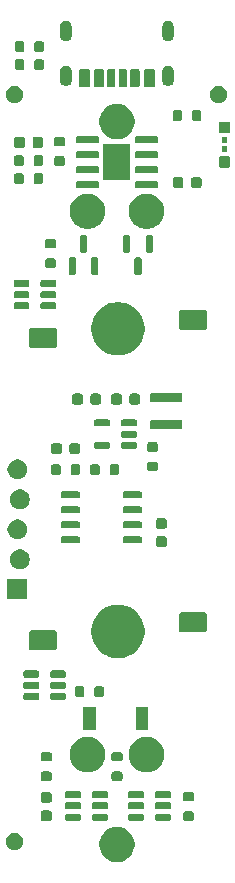
<source format=gbr>
%TF.GenerationSoftware,KiCad,Pcbnew,9.0.6*%
%TF.CreationDate,2025-12-31T13:50:20-05:00*%
%TF.ProjectId,Photon,50686f74-6f6e-42e6-9b69-6361645f7063,1.3*%
%TF.SameCoordinates,Original*%
%TF.FileFunction,Soldermask,Top*%
%TF.FilePolarity,Negative*%
%FSLAX46Y46*%
G04 Gerber Fmt 4.6, Leading zero omitted, Abs format (unit mm)*
G04 Created by KiCad (PCBNEW 9.0.6) date 2025-12-31 13:50:20*
%MOMM*%
%LPD*%
G01*
G04 APERTURE LIST*
G04 APERTURE END LIST*
G36*
X53228968Y-89209445D02*
G01*
X53452825Y-89282181D01*
X53662548Y-89389040D01*
X53852972Y-89527391D01*
X54019409Y-89693828D01*
X54157760Y-89884252D01*
X54264619Y-90093975D01*
X54337355Y-90317832D01*
X54374176Y-90550311D01*
X54374176Y-90785689D01*
X54337355Y-91018168D01*
X54264619Y-91242025D01*
X54157760Y-91451748D01*
X54019409Y-91642172D01*
X53852972Y-91808609D01*
X53662548Y-91946960D01*
X53452825Y-92053819D01*
X53228968Y-92126555D01*
X52996489Y-92163376D01*
X52761111Y-92163376D01*
X52528632Y-92126555D01*
X52304775Y-92053819D01*
X52095052Y-91946960D01*
X51904628Y-91808609D01*
X51738191Y-91642172D01*
X51599840Y-91451748D01*
X51492981Y-91242025D01*
X51420245Y-91018168D01*
X51383424Y-90785689D01*
X51383424Y-90550311D01*
X51420245Y-90317832D01*
X51492981Y-90093975D01*
X51599840Y-89884252D01*
X51738191Y-89693828D01*
X51904628Y-89527391D01*
X52095052Y-89389040D01*
X52304775Y-89282181D01*
X52528632Y-89209445D01*
X52761111Y-89172624D01*
X52996489Y-89172624D01*
X53228968Y-89209445D01*
G37*
G36*
X44413714Y-89706295D02*
G01*
X44549548Y-89762559D01*
X44671795Y-89844242D01*
X44775758Y-89948205D01*
X44857441Y-90070452D01*
X44913705Y-90206286D01*
X44942389Y-90350487D01*
X44942389Y-90497513D01*
X44913705Y-90641714D01*
X44857441Y-90777548D01*
X44775758Y-90899795D01*
X44671795Y-91003758D01*
X44549548Y-91085441D01*
X44413714Y-91141705D01*
X44269513Y-91170389D01*
X44122487Y-91170389D01*
X43978286Y-91141705D01*
X43842452Y-91085441D01*
X43720205Y-91003758D01*
X43616242Y-90899795D01*
X43534559Y-90777548D01*
X43478295Y-90641714D01*
X43449611Y-90497513D01*
X43449611Y-90350487D01*
X43478295Y-90206286D01*
X43534559Y-90070452D01*
X43616242Y-89948205D01*
X43720205Y-89844242D01*
X43842452Y-89762559D01*
X43978286Y-89706295D01*
X44122487Y-89677611D01*
X44269513Y-89677611D01*
X44413714Y-89706295D01*
G37*
G36*
X47224504Y-87806927D02*
G01*
X47297499Y-87855701D01*
X47346273Y-87928696D01*
X47363400Y-88014800D01*
X47363400Y-88464800D01*
X47346273Y-88550904D01*
X47297499Y-88623899D01*
X47224504Y-88672673D01*
X47138400Y-88689800D01*
X46638400Y-88689800D01*
X46552296Y-88672673D01*
X46479301Y-88623899D01*
X46430527Y-88550904D01*
X46413400Y-88464800D01*
X46413400Y-88014800D01*
X46430527Y-87928696D01*
X46479301Y-87855701D01*
X46552296Y-87806927D01*
X46638400Y-87789800D01*
X47138400Y-87789800D01*
X47224504Y-87806927D01*
G37*
G36*
X59279537Y-87905024D02*
G01*
X59344421Y-87948379D01*
X59387776Y-88013263D01*
X59403000Y-88089800D01*
X59403000Y-88489800D01*
X59387776Y-88566337D01*
X59344421Y-88631221D01*
X59279537Y-88674576D01*
X59203000Y-88689800D01*
X58653000Y-88689800D01*
X58576463Y-88674576D01*
X58511579Y-88631221D01*
X58468224Y-88566337D01*
X58453000Y-88489800D01*
X58453000Y-88089800D01*
X58468224Y-88013263D01*
X58511579Y-87948379D01*
X58576463Y-87905024D01*
X58653000Y-87889800D01*
X59203000Y-87889800D01*
X59279537Y-87905024D01*
G37*
G36*
X49724403Y-88075418D02*
G01*
X49773066Y-88107934D01*
X49805582Y-88156597D01*
X49817000Y-88214000D01*
X49817000Y-88514000D01*
X49805582Y-88571403D01*
X49773066Y-88620066D01*
X49724403Y-88652582D01*
X49667000Y-88664000D01*
X48642000Y-88664000D01*
X48584597Y-88652582D01*
X48535934Y-88620066D01*
X48503418Y-88571403D01*
X48492000Y-88514000D01*
X48492000Y-88214000D01*
X48503418Y-88156597D01*
X48535934Y-88107934D01*
X48584597Y-88075418D01*
X48642000Y-88064000D01*
X49667000Y-88064000D01*
X49724403Y-88075418D01*
G37*
G36*
X51999403Y-88075418D02*
G01*
X52048066Y-88107934D01*
X52080582Y-88156597D01*
X52092000Y-88214000D01*
X52092000Y-88514000D01*
X52080582Y-88571403D01*
X52048066Y-88620066D01*
X51999403Y-88652582D01*
X51942000Y-88664000D01*
X50917000Y-88664000D01*
X50859597Y-88652582D01*
X50810934Y-88620066D01*
X50778418Y-88571403D01*
X50767000Y-88514000D01*
X50767000Y-88214000D01*
X50778418Y-88156597D01*
X50810934Y-88107934D01*
X50859597Y-88075418D01*
X50917000Y-88064000D01*
X51942000Y-88064000D01*
X51999403Y-88075418D01*
G37*
G36*
X55058403Y-88075418D02*
G01*
X55107066Y-88107934D01*
X55139582Y-88156597D01*
X55151000Y-88214000D01*
X55151000Y-88514000D01*
X55139582Y-88571403D01*
X55107066Y-88620066D01*
X55058403Y-88652582D01*
X55001000Y-88664000D01*
X53976000Y-88664000D01*
X53918597Y-88652582D01*
X53869934Y-88620066D01*
X53837418Y-88571403D01*
X53826000Y-88514000D01*
X53826000Y-88214000D01*
X53837418Y-88156597D01*
X53869934Y-88107934D01*
X53918597Y-88075418D01*
X53976000Y-88064000D01*
X55001000Y-88064000D01*
X55058403Y-88075418D01*
G37*
G36*
X57333403Y-88075418D02*
G01*
X57382066Y-88107934D01*
X57414582Y-88156597D01*
X57426000Y-88214000D01*
X57426000Y-88514000D01*
X57414582Y-88571403D01*
X57382066Y-88620066D01*
X57333403Y-88652582D01*
X57276000Y-88664000D01*
X56251000Y-88664000D01*
X56193597Y-88652582D01*
X56144934Y-88620066D01*
X56112418Y-88571403D01*
X56101000Y-88514000D01*
X56101000Y-88214000D01*
X56112418Y-88156597D01*
X56144934Y-88107934D01*
X56193597Y-88075418D01*
X56251000Y-88064000D01*
X57276000Y-88064000D01*
X57333403Y-88075418D01*
G37*
G36*
X49724403Y-87125418D02*
G01*
X49773066Y-87157934D01*
X49805582Y-87206597D01*
X49817000Y-87264000D01*
X49817000Y-87564000D01*
X49805582Y-87621403D01*
X49773066Y-87670066D01*
X49724403Y-87702582D01*
X49667000Y-87714000D01*
X48642000Y-87714000D01*
X48584597Y-87702582D01*
X48535934Y-87670066D01*
X48503418Y-87621403D01*
X48492000Y-87564000D01*
X48492000Y-87264000D01*
X48503418Y-87206597D01*
X48535934Y-87157934D01*
X48584597Y-87125418D01*
X48642000Y-87114000D01*
X49667000Y-87114000D01*
X49724403Y-87125418D01*
G37*
G36*
X51999403Y-87125418D02*
G01*
X52048066Y-87157934D01*
X52080582Y-87206597D01*
X52092000Y-87264000D01*
X52092000Y-87564000D01*
X52080582Y-87621403D01*
X52048066Y-87670066D01*
X51999403Y-87702582D01*
X51942000Y-87714000D01*
X50917000Y-87714000D01*
X50859597Y-87702582D01*
X50810934Y-87670066D01*
X50778418Y-87621403D01*
X50767000Y-87564000D01*
X50767000Y-87264000D01*
X50778418Y-87206597D01*
X50810934Y-87157934D01*
X50859597Y-87125418D01*
X50917000Y-87114000D01*
X51942000Y-87114000D01*
X51999403Y-87125418D01*
G37*
G36*
X55058403Y-87125418D02*
G01*
X55107066Y-87157934D01*
X55139582Y-87206597D01*
X55151000Y-87264000D01*
X55151000Y-87564000D01*
X55139582Y-87621403D01*
X55107066Y-87670066D01*
X55058403Y-87702582D01*
X55001000Y-87714000D01*
X53976000Y-87714000D01*
X53918597Y-87702582D01*
X53869934Y-87670066D01*
X53837418Y-87621403D01*
X53826000Y-87564000D01*
X53826000Y-87264000D01*
X53837418Y-87206597D01*
X53869934Y-87157934D01*
X53918597Y-87125418D01*
X53976000Y-87114000D01*
X55001000Y-87114000D01*
X55058403Y-87125418D01*
G37*
G36*
X57333403Y-87125418D02*
G01*
X57382066Y-87157934D01*
X57414582Y-87206597D01*
X57426000Y-87264000D01*
X57426000Y-87564000D01*
X57414582Y-87621403D01*
X57382066Y-87670066D01*
X57333403Y-87702582D01*
X57276000Y-87714000D01*
X56251000Y-87714000D01*
X56193597Y-87702582D01*
X56144934Y-87670066D01*
X56112418Y-87621403D01*
X56101000Y-87564000D01*
X56101000Y-87264000D01*
X56112418Y-87206597D01*
X56144934Y-87157934D01*
X56193597Y-87125418D01*
X56251000Y-87114000D01*
X57276000Y-87114000D01*
X57333403Y-87125418D01*
G37*
G36*
X47224504Y-86256927D02*
G01*
X47297499Y-86305701D01*
X47346273Y-86378696D01*
X47363400Y-86464800D01*
X47363400Y-86914800D01*
X47346273Y-87000904D01*
X47297499Y-87073899D01*
X47224504Y-87122673D01*
X47138400Y-87139800D01*
X46638400Y-87139800D01*
X46552296Y-87122673D01*
X46479301Y-87073899D01*
X46430527Y-87000904D01*
X46413400Y-86914800D01*
X46413400Y-86464800D01*
X46430527Y-86378696D01*
X46479301Y-86305701D01*
X46552296Y-86256927D01*
X46638400Y-86239800D01*
X47138400Y-86239800D01*
X47224504Y-86256927D01*
G37*
G36*
X59279537Y-86255024D02*
G01*
X59344421Y-86298379D01*
X59387776Y-86363263D01*
X59403000Y-86439800D01*
X59403000Y-86839800D01*
X59387776Y-86916337D01*
X59344421Y-86981221D01*
X59279537Y-87024576D01*
X59203000Y-87039800D01*
X58653000Y-87039800D01*
X58576463Y-87024576D01*
X58511579Y-86981221D01*
X58468224Y-86916337D01*
X58453000Y-86839800D01*
X58453000Y-86439800D01*
X58468224Y-86363263D01*
X58511579Y-86298379D01*
X58576463Y-86255024D01*
X58653000Y-86239800D01*
X59203000Y-86239800D01*
X59279537Y-86255024D01*
G37*
G36*
X49724403Y-86175418D02*
G01*
X49773066Y-86207934D01*
X49805582Y-86256597D01*
X49817000Y-86314000D01*
X49817000Y-86614000D01*
X49805582Y-86671403D01*
X49773066Y-86720066D01*
X49724403Y-86752582D01*
X49667000Y-86764000D01*
X48642000Y-86764000D01*
X48584597Y-86752582D01*
X48535934Y-86720066D01*
X48503418Y-86671403D01*
X48492000Y-86614000D01*
X48492000Y-86314000D01*
X48503418Y-86256597D01*
X48535934Y-86207934D01*
X48584597Y-86175418D01*
X48642000Y-86164000D01*
X49667000Y-86164000D01*
X49724403Y-86175418D01*
G37*
G36*
X51999403Y-86175418D02*
G01*
X52048066Y-86207934D01*
X52080582Y-86256597D01*
X52092000Y-86314000D01*
X52092000Y-86614000D01*
X52080582Y-86671403D01*
X52048066Y-86720066D01*
X51999403Y-86752582D01*
X51942000Y-86764000D01*
X50917000Y-86764000D01*
X50859597Y-86752582D01*
X50810934Y-86720066D01*
X50778418Y-86671403D01*
X50767000Y-86614000D01*
X50767000Y-86314000D01*
X50778418Y-86256597D01*
X50810934Y-86207934D01*
X50859597Y-86175418D01*
X50917000Y-86164000D01*
X51942000Y-86164000D01*
X51999403Y-86175418D01*
G37*
G36*
X55058403Y-86175418D02*
G01*
X55107066Y-86207934D01*
X55139582Y-86256597D01*
X55151000Y-86314000D01*
X55151000Y-86614000D01*
X55139582Y-86671403D01*
X55107066Y-86720066D01*
X55058403Y-86752582D01*
X55001000Y-86764000D01*
X53976000Y-86764000D01*
X53918597Y-86752582D01*
X53869934Y-86720066D01*
X53837418Y-86671403D01*
X53826000Y-86614000D01*
X53826000Y-86314000D01*
X53837418Y-86256597D01*
X53869934Y-86207934D01*
X53918597Y-86175418D01*
X53976000Y-86164000D01*
X55001000Y-86164000D01*
X55058403Y-86175418D01*
G37*
G36*
X57333403Y-86175418D02*
G01*
X57382066Y-86207934D01*
X57414582Y-86256597D01*
X57426000Y-86314000D01*
X57426000Y-86614000D01*
X57414582Y-86671403D01*
X57382066Y-86720066D01*
X57333403Y-86752582D01*
X57276000Y-86764000D01*
X56251000Y-86764000D01*
X56193597Y-86752582D01*
X56144934Y-86720066D01*
X56112418Y-86671403D01*
X56101000Y-86614000D01*
X56101000Y-86314000D01*
X56112418Y-86256597D01*
X56144934Y-86207934D01*
X56193597Y-86175418D01*
X56251000Y-86164000D01*
X57276000Y-86164000D01*
X57333403Y-86175418D01*
G37*
G36*
X47239937Y-84514224D02*
G01*
X47304821Y-84557579D01*
X47348176Y-84622463D01*
X47363400Y-84699000D01*
X47363400Y-85099000D01*
X47348176Y-85175537D01*
X47304821Y-85240421D01*
X47239937Y-85283776D01*
X47163400Y-85299000D01*
X46613400Y-85299000D01*
X46536863Y-85283776D01*
X46471979Y-85240421D01*
X46428624Y-85175537D01*
X46413400Y-85099000D01*
X46413400Y-84699000D01*
X46428624Y-84622463D01*
X46471979Y-84557579D01*
X46536863Y-84514224D01*
X46613400Y-84499000D01*
X47163400Y-84499000D01*
X47239937Y-84514224D01*
G37*
G36*
X53230337Y-84514224D02*
G01*
X53295221Y-84557579D01*
X53338576Y-84622463D01*
X53353800Y-84699000D01*
X53353800Y-85099000D01*
X53338576Y-85175537D01*
X53295221Y-85240421D01*
X53230337Y-85283776D01*
X53153800Y-85299000D01*
X52603800Y-85299000D01*
X52527263Y-85283776D01*
X52462379Y-85240421D01*
X52419024Y-85175537D01*
X52403800Y-85099000D01*
X52403800Y-84699000D01*
X52419024Y-84622463D01*
X52462379Y-84557579D01*
X52527263Y-84514224D01*
X52603800Y-84499000D01*
X53153800Y-84499000D01*
X53230337Y-84514224D01*
G37*
G36*
X50728968Y-81609445D02*
G01*
X50952825Y-81682181D01*
X51162548Y-81789040D01*
X51352972Y-81927391D01*
X51519409Y-82093828D01*
X51657760Y-82284252D01*
X51764619Y-82493975D01*
X51837355Y-82717832D01*
X51874176Y-82950311D01*
X51874176Y-83185689D01*
X51837355Y-83418168D01*
X51764619Y-83642025D01*
X51657760Y-83851748D01*
X51519409Y-84042172D01*
X51352972Y-84208609D01*
X51162548Y-84346960D01*
X50952825Y-84453819D01*
X50728968Y-84526555D01*
X50496489Y-84563376D01*
X50261111Y-84563376D01*
X50028632Y-84526555D01*
X49804775Y-84453819D01*
X49595052Y-84346960D01*
X49404628Y-84208609D01*
X49238191Y-84042172D01*
X49099840Y-83851748D01*
X48992981Y-83642025D01*
X48920245Y-83418168D01*
X48883424Y-83185689D01*
X48883424Y-82950311D01*
X48920245Y-82717832D01*
X48992981Y-82493975D01*
X49099840Y-82284252D01*
X49238191Y-82093828D01*
X49404628Y-81927391D01*
X49595052Y-81789040D01*
X49804775Y-81682181D01*
X50028632Y-81609445D01*
X50261111Y-81572624D01*
X50496489Y-81572624D01*
X50728968Y-81609445D01*
G37*
G36*
X55728968Y-81609445D02*
G01*
X55952825Y-81682181D01*
X56162548Y-81789040D01*
X56352972Y-81927391D01*
X56519409Y-82093828D01*
X56657760Y-82284252D01*
X56764619Y-82493975D01*
X56837355Y-82717832D01*
X56874176Y-82950311D01*
X56874176Y-83185689D01*
X56837355Y-83418168D01*
X56764619Y-83642025D01*
X56657760Y-83851748D01*
X56519409Y-84042172D01*
X56352972Y-84208609D01*
X56162548Y-84346960D01*
X55952825Y-84453819D01*
X55728968Y-84526555D01*
X55496489Y-84563376D01*
X55261111Y-84563376D01*
X55028632Y-84526555D01*
X54804775Y-84453819D01*
X54595052Y-84346960D01*
X54404628Y-84208609D01*
X54238191Y-84042172D01*
X54099840Y-83851748D01*
X53992981Y-83642025D01*
X53920245Y-83418168D01*
X53883424Y-83185689D01*
X53883424Y-82950311D01*
X53920245Y-82717832D01*
X53992981Y-82493975D01*
X54099840Y-82284252D01*
X54238191Y-82093828D01*
X54404628Y-81927391D01*
X54595052Y-81789040D01*
X54804775Y-81682181D01*
X55028632Y-81609445D01*
X55261111Y-81572624D01*
X55496489Y-81572624D01*
X55728968Y-81609445D01*
G37*
G36*
X47239937Y-82864224D02*
G01*
X47304821Y-82907579D01*
X47348176Y-82972463D01*
X47363400Y-83049000D01*
X47363400Y-83449000D01*
X47348176Y-83525537D01*
X47304821Y-83590421D01*
X47239937Y-83633776D01*
X47163400Y-83649000D01*
X46613400Y-83649000D01*
X46536863Y-83633776D01*
X46471979Y-83590421D01*
X46428624Y-83525537D01*
X46413400Y-83449000D01*
X46413400Y-83049000D01*
X46428624Y-82972463D01*
X46471979Y-82907579D01*
X46536863Y-82864224D01*
X46613400Y-82849000D01*
X47163400Y-82849000D01*
X47239937Y-82864224D01*
G37*
G36*
X53230337Y-82864224D02*
G01*
X53295221Y-82907579D01*
X53338576Y-82972463D01*
X53353800Y-83049000D01*
X53353800Y-83449000D01*
X53338576Y-83525537D01*
X53295221Y-83590421D01*
X53230337Y-83633776D01*
X53153800Y-83649000D01*
X52603800Y-83649000D01*
X52527263Y-83633776D01*
X52462379Y-83590421D01*
X52419024Y-83525537D01*
X52403800Y-83449000D01*
X52403800Y-83049000D01*
X52419024Y-82972463D01*
X52462379Y-82907579D01*
X52527263Y-82864224D01*
X52603800Y-82849000D01*
X53153800Y-82849000D01*
X53230337Y-82864224D01*
G37*
G36*
X51006182Y-79017993D02*
G01*
X51040246Y-79040754D01*
X51063007Y-79074818D01*
X51071000Y-79115000D01*
X51071000Y-80905000D01*
X51063007Y-80945182D01*
X51040246Y-80979246D01*
X51006182Y-81002007D01*
X50966000Y-81010000D01*
X50126000Y-81010000D01*
X50085818Y-81002007D01*
X50051754Y-80979246D01*
X50028993Y-80945182D01*
X50021000Y-80905000D01*
X50021000Y-79115000D01*
X50028993Y-79074818D01*
X50051754Y-79040754D01*
X50085818Y-79017993D01*
X50126000Y-79010000D01*
X50966000Y-79010000D01*
X51006182Y-79017993D01*
G37*
G36*
X55451182Y-79017993D02*
G01*
X55485246Y-79040754D01*
X55508007Y-79074818D01*
X55516000Y-79115000D01*
X55516000Y-80905000D01*
X55508007Y-80945182D01*
X55485246Y-80979246D01*
X55451182Y-81002007D01*
X55411000Y-81010000D01*
X54571000Y-81010000D01*
X54530818Y-81002007D01*
X54496754Y-80979246D01*
X54473993Y-80945182D01*
X54466000Y-80905000D01*
X54466000Y-79115000D01*
X54473993Y-79074818D01*
X54496754Y-79040754D01*
X54530818Y-79017993D01*
X54571000Y-79010000D01*
X55411000Y-79010000D01*
X55451182Y-79017993D01*
G37*
G36*
X46187403Y-77858418D02*
G01*
X46236066Y-77890934D01*
X46268582Y-77939597D01*
X46280000Y-77997000D01*
X46280000Y-78297000D01*
X46268582Y-78354403D01*
X46236066Y-78403066D01*
X46187403Y-78435582D01*
X46130000Y-78447000D01*
X45105000Y-78447000D01*
X45047597Y-78435582D01*
X44998934Y-78403066D01*
X44966418Y-78354403D01*
X44955000Y-78297000D01*
X44955000Y-77997000D01*
X44966418Y-77939597D01*
X44998934Y-77890934D01*
X45047597Y-77858418D01*
X45105000Y-77847000D01*
X46130000Y-77847000D01*
X46187403Y-77858418D01*
G37*
G36*
X48462403Y-77858418D02*
G01*
X48511066Y-77890934D01*
X48543582Y-77939597D01*
X48555000Y-77997000D01*
X48555000Y-78297000D01*
X48543582Y-78354403D01*
X48511066Y-78403066D01*
X48462403Y-78435582D01*
X48405000Y-78447000D01*
X47380000Y-78447000D01*
X47322597Y-78435582D01*
X47273934Y-78403066D01*
X47241418Y-78354403D01*
X47230000Y-78297000D01*
X47230000Y-77997000D01*
X47241418Y-77939597D01*
X47273934Y-77890934D01*
X47322597Y-77858418D01*
X47380000Y-77847000D01*
X48405000Y-77847000D01*
X48462403Y-77858418D01*
G37*
G36*
X49997537Y-77264224D02*
G01*
X50062421Y-77307579D01*
X50105776Y-77372463D01*
X50121000Y-77449000D01*
X50121000Y-77999000D01*
X50105776Y-78075537D01*
X50062421Y-78140421D01*
X49997537Y-78183776D01*
X49921000Y-78199000D01*
X49521000Y-78199000D01*
X49444463Y-78183776D01*
X49379579Y-78140421D01*
X49336224Y-78075537D01*
X49321000Y-77999000D01*
X49321000Y-77449000D01*
X49336224Y-77372463D01*
X49379579Y-77307579D01*
X49444463Y-77264224D01*
X49521000Y-77249000D01*
X49921000Y-77249000D01*
X49997537Y-77264224D01*
G37*
G36*
X51647537Y-77264224D02*
G01*
X51712421Y-77307579D01*
X51755776Y-77372463D01*
X51771000Y-77449000D01*
X51771000Y-77999000D01*
X51755776Y-78075537D01*
X51712421Y-78140421D01*
X51647537Y-78183776D01*
X51571000Y-78199000D01*
X51171000Y-78199000D01*
X51094463Y-78183776D01*
X51029579Y-78140421D01*
X50986224Y-78075537D01*
X50971000Y-77999000D01*
X50971000Y-77449000D01*
X50986224Y-77372463D01*
X51029579Y-77307579D01*
X51094463Y-77264224D01*
X51171000Y-77249000D01*
X51571000Y-77249000D01*
X51647537Y-77264224D01*
G37*
G36*
X46187403Y-76908418D02*
G01*
X46236066Y-76940934D01*
X46268582Y-76989597D01*
X46280000Y-77047000D01*
X46280000Y-77347000D01*
X46268582Y-77404403D01*
X46236066Y-77453066D01*
X46187403Y-77485582D01*
X46130000Y-77497000D01*
X45105000Y-77497000D01*
X45047597Y-77485582D01*
X44998934Y-77453066D01*
X44966418Y-77404403D01*
X44955000Y-77347000D01*
X44955000Y-77047000D01*
X44966418Y-76989597D01*
X44998934Y-76940934D01*
X45047597Y-76908418D01*
X45105000Y-76897000D01*
X46130000Y-76897000D01*
X46187403Y-76908418D01*
G37*
G36*
X48462403Y-76908418D02*
G01*
X48511066Y-76940934D01*
X48543582Y-76989597D01*
X48555000Y-77047000D01*
X48555000Y-77347000D01*
X48543582Y-77404403D01*
X48511066Y-77453066D01*
X48462403Y-77485582D01*
X48405000Y-77497000D01*
X47380000Y-77497000D01*
X47322597Y-77485582D01*
X47273934Y-77453066D01*
X47241418Y-77404403D01*
X47230000Y-77347000D01*
X47230000Y-77047000D01*
X47241418Y-76989597D01*
X47273934Y-76940934D01*
X47322597Y-76908418D01*
X47380000Y-76897000D01*
X48405000Y-76897000D01*
X48462403Y-76908418D01*
G37*
G36*
X46187403Y-75958418D02*
G01*
X46236066Y-75990934D01*
X46268582Y-76039597D01*
X46280000Y-76097000D01*
X46280000Y-76397000D01*
X46268582Y-76454403D01*
X46236066Y-76503066D01*
X46187403Y-76535582D01*
X46130000Y-76547000D01*
X45105000Y-76547000D01*
X45047597Y-76535582D01*
X44998934Y-76503066D01*
X44966418Y-76454403D01*
X44955000Y-76397000D01*
X44955000Y-76097000D01*
X44966418Y-76039597D01*
X44998934Y-75990934D01*
X45047597Y-75958418D01*
X45105000Y-75947000D01*
X46130000Y-75947000D01*
X46187403Y-75958418D01*
G37*
G36*
X48462403Y-75958418D02*
G01*
X48511066Y-75990934D01*
X48543582Y-76039597D01*
X48555000Y-76097000D01*
X48555000Y-76397000D01*
X48543582Y-76454403D01*
X48511066Y-76503066D01*
X48462403Y-76535582D01*
X48405000Y-76547000D01*
X47380000Y-76547000D01*
X47322597Y-76535582D01*
X47273934Y-76503066D01*
X47241418Y-76454403D01*
X47230000Y-76397000D01*
X47230000Y-76097000D01*
X47241418Y-76039597D01*
X47273934Y-75990934D01*
X47322597Y-75958418D01*
X47380000Y-75947000D01*
X48405000Y-75947000D01*
X48462403Y-75958418D01*
G37*
G36*
X53399709Y-70428406D02*
G01*
X53685132Y-70504885D01*
X53958130Y-70617964D01*
X54214033Y-70765710D01*
X54448462Y-70945594D01*
X54657406Y-71154538D01*
X54837290Y-71388967D01*
X54985036Y-71644870D01*
X55098115Y-71917868D01*
X55174594Y-72203291D01*
X55213163Y-72496254D01*
X55213163Y-72791746D01*
X55174594Y-73084709D01*
X55098115Y-73370132D01*
X54985036Y-73643130D01*
X54837290Y-73899033D01*
X54657406Y-74133462D01*
X54448462Y-74342406D01*
X54214033Y-74522290D01*
X53958130Y-74670036D01*
X53685132Y-74783115D01*
X53399709Y-74859594D01*
X53106746Y-74898163D01*
X52811254Y-74898163D01*
X52518291Y-74859594D01*
X52232868Y-74783115D01*
X51959870Y-74670036D01*
X51703967Y-74522290D01*
X51469538Y-74342406D01*
X51260594Y-74133462D01*
X51080710Y-73899033D01*
X50932964Y-73643130D01*
X50819885Y-73370132D01*
X50743406Y-73084709D01*
X50704837Y-72791746D01*
X50704837Y-72496254D01*
X50743406Y-72203291D01*
X50819885Y-71917868D01*
X50932964Y-71644870D01*
X51080710Y-71388967D01*
X51260594Y-71154538D01*
X51469538Y-70945594D01*
X51703967Y-70765710D01*
X51959870Y-70617964D01*
X52232868Y-70504885D01*
X52518291Y-70428406D01*
X52811254Y-70389837D01*
X53106746Y-70389837D01*
X53399709Y-70428406D01*
G37*
G36*
X47558046Y-72556804D02*
G01*
X47610553Y-72562896D01*
X47628494Y-72570818D01*
X47651584Y-72575411D01*
X47676304Y-72591928D01*
X47697619Y-72601340D01*
X47712176Y-72615897D01*
X47734312Y-72630688D01*
X47749102Y-72652823D01*
X47763659Y-72667380D01*
X47773069Y-72688693D01*
X47789589Y-72713416D01*
X47794182Y-72736507D01*
X47802103Y-72754446D01*
X47808192Y-72806942D01*
X47809000Y-72811000D01*
X47809000Y-74001000D01*
X47808192Y-74005058D01*
X47802103Y-74057553D01*
X47794182Y-74075490D01*
X47789589Y-74098584D01*
X47773068Y-74123308D01*
X47763659Y-74144619D01*
X47749104Y-74159173D01*
X47734312Y-74181312D01*
X47712173Y-74196104D01*
X47697619Y-74210659D01*
X47676308Y-74220068D01*
X47651584Y-74236589D01*
X47628490Y-74241182D01*
X47610553Y-74249103D01*
X47558058Y-74255192D01*
X47554000Y-74256000D01*
X45664000Y-74256000D01*
X45659942Y-74255192D01*
X45607446Y-74249103D01*
X45589507Y-74241182D01*
X45566416Y-74236589D01*
X45541693Y-74220069D01*
X45520380Y-74210659D01*
X45505823Y-74196102D01*
X45483688Y-74181312D01*
X45468897Y-74159176D01*
X45454340Y-74144619D01*
X45444928Y-74123304D01*
X45428411Y-74098584D01*
X45423818Y-74075494D01*
X45415896Y-74057553D01*
X45409804Y-74005046D01*
X45409000Y-74001000D01*
X45409000Y-72811000D01*
X45409804Y-72806954D01*
X45415896Y-72754446D01*
X45423818Y-72736503D01*
X45428411Y-72713416D01*
X45444927Y-72688697D01*
X45454340Y-72667380D01*
X45468899Y-72652820D01*
X45483688Y-72630688D01*
X45505820Y-72615899D01*
X45520380Y-72601340D01*
X45541697Y-72591927D01*
X45566416Y-72575411D01*
X45589503Y-72570818D01*
X45607446Y-72562896D01*
X45659954Y-72556804D01*
X45664000Y-72556000D01*
X47554000Y-72556000D01*
X47558046Y-72556804D01*
G37*
G36*
X60258046Y-71032804D02*
G01*
X60310553Y-71038896D01*
X60328494Y-71046818D01*
X60351584Y-71051411D01*
X60376304Y-71067928D01*
X60397619Y-71077340D01*
X60412176Y-71091897D01*
X60434312Y-71106688D01*
X60449102Y-71128823D01*
X60463659Y-71143380D01*
X60473069Y-71164693D01*
X60489589Y-71189416D01*
X60494182Y-71212507D01*
X60502103Y-71230446D01*
X60508192Y-71282942D01*
X60509000Y-71287000D01*
X60509000Y-72477000D01*
X60508192Y-72481058D01*
X60502103Y-72533553D01*
X60494182Y-72551490D01*
X60489589Y-72574584D01*
X60473068Y-72599308D01*
X60463659Y-72620619D01*
X60449104Y-72635173D01*
X60434312Y-72657312D01*
X60412173Y-72672104D01*
X60397619Y-72686659D01*
X60376308Y-72696068D01*
X60351584Y-72712589D01*
X60328490Y-72717182D01*
X60310553Y-72725103D01*
X60258058Y-72731192D01*
X60254000Y-72732000D01*
X58364000Y-72732000D01*
X58359942Y-72731192D01*
X58307446Y-72725103D01*
X58289507Y-72717182D01*
X58266416Y-72712589D01*
X58241693Y-72696069D01*
X58220380Y-72686659D01*
X58205823Y-72672102D01*
X58183688Y-72657312D01*
X58168897Y-72635176D01*
X58154340Y-72620619D01*
X58144928Y-72599304D01*
X58128411Y-72574584D01*
X58123818Y-72551494D01*
X58115896Y-72533553D01*
X58109804Y-72481046D01*
X58109000Y-72477000D01*
X58109000Y-71287000D01*
X58109804Y-71282954D01*
X58115896Y-71230446D01*
X58123818Y-71212503D01*
X58128411Y-71189416D01*
X58144927Y-71164697D01*
X58154340Y-71143380D01*
X58168899Y-71128820D01*
X58183688Y-71106688D01*
X58205820Y-71091899D01*
X58220380Y-71077340D01*
X58241697Y-71067927D01*
X58266416Y-71051411D01*
X58289503Y-71046818D01*
X58307446Y-71038896D01*
X58359954Y-71032804D01*
X58364000Y-71032000D01*
X60254000Y-71032000D01*
X60258046Y-71032804D01*
G37*
G36*
X45300000Y-69938000D02*
G01*
X43600000Y-69938000D01*
X43600000Y-68238000D01*
X45300000Y-68238000D01*
X45300000Y-69938000D01*
G37*
G36*
X44896742Y-65734601D02*
G01*
X45050687Y-65798367D01*
X45189234Y-65890941D01*
X45307059Y-66008766D01*
X45399633Y-66147313D01*
X45463399Y-66301258D01*
X45495907Y-66464685D01*
X45495907Y-66631315D01*
X45463399Y-66794742D01*
X45399633Y-66948687D01*
X45307059Y-67087234D01*
X45189234Y-67205059D01*
X45050687Y-67297633D01*
X44896742Y-67361399D01*
X44733315Y-67393907D01*
X44566685Y-67393907D01*
X44403258Y-67361399D01*
X44249313Y-67297633D01*
X44110766Y-67205059D01*
X43992941Y-67087234D01*
X43900367Y-66948687D01*
X43836601Y-66794742D01*
X43804093Y-66631315D01*
X43804093Y-66464685D01*
X43836601Y-66301258D01*
X43900367Y-66147313D01*
X43992941Y-66008766D01*
X44110766Y-65890941D01*
X44249313Y-65798367D01*
X44403258Y-65734601D01*
X44566685Y-65702093D01*
X44733315Y-65702093D01*
X44896742Y-65734601D01*
G37*
G36*
X56978104Y-64604127D02*
G01*
X57051099Y-64652901D01*
X57099873Y-64725896D01*
X57117000Y-64812000D01*
X57117000Y-65262000D01*
X57099873Y-65348104D01*
X57051099Y-65421099D01*
X56978104Y-65469873D01*
X56892000Y-65487000D01*
X56392000Y-65487000D01*
X56305896Y-65469873D01*
X56232901Y-65421099D01*
X56184127Y-65348104D01*
X56167000Y-65262000D01*
X56167000Y-64812000D01*
X56184127Y-64725896D01*
X56232901Y-64652901D01*
X56305896Y-64604127D01*
X56392000Y-64587000D01*
X56892000Y-64587000D01*
X56978104Y-64604127D01*
G37*
G36*
X49669403Y-64608418D02*
G01*
X49718066Y-64640934D01*
X49750582Y-64689597D01*
X49762000Y-64747000D01*
X49762000Y-65047000D01*
X49750582Y-65104403D01*
X49718066Y-65153066D01*
X49669403Y-65185582D01*
X49612000Y-65197000D01*
X48262000Y-65197000D01*
X48204597Y-65185582D01*
X48155934Y-65153066D01*
X48123418Y-65104403D01*
X48112000Y-65047000D01*
X48112000Y-64747000D01*
X48123418Y-64689597D01*
X48155934Y-64640934D01*
X48204597Y-64608418D01*
X48262000Y-64597000D01*
X49612000Y-64597000D01*
X49669403Y-64608418D01*
G37*
G36*
X54919403Y-64608418D02*
G01*
X54968066Y-64640934D01*
X55000582Y-64689597D01*
X55012000Y-64747000D01*
X55012000Y-65047000D01*
X55000582Y-65104403D01*
X54968066Y-65153066D01*
X54919403Y-65185582D01*
X54862000Y-65197000D01*
X53512000Y-65197000D01*
X53454597Y-65185582D01*
X53405934Y-65153066D01*
X53373418Y-65104403D01*
X53362000Y-65047000D01*
X53362000Y-64747000D01*
X53373418Y-64689597D01*
X53405934Y-64640934D01*
X53454597Y-64608418D01*
X53512000Y-64597000D01*
X54862000Y-64597000D01*
X54919403Y-64608418D01*
G37*
G36*
X44696742Y-63194601D02*
G01*
X44850687Y-63258367D01*
X44989234Y-63350941D01*
X45107059Y-63468766D01*
X45199633Y-63607313D01*
X45263399Y-63761258D01*
X45295907Y-63924685D01*
X45295907Y-64091315D01*
X45263399Y-64254742D01*
X45199633Y-64408687D01*
X45107059Y-64547234D01*
X44989234Y-64665059D01*
X44850687Y-64757633D01*
X44696742Y-64821399D01*
X44533315Y-64853907D01*
X44366685Y-64853907D01*
X44203258Y-64821399D01*
X44049313Y-64757633D01*
X43910766Y-64665059D01*
X43792941Y-64547234D01*
X43700367Y-64408687D01*
X43636601Y-64254742D01*
X43604093Y-64091315D01*
X43604093Y-63924685D01*
X43636601Y-63761258D01*
X43700367Y-63607313D01*
X43792941Y-63468766D01*
X43910766Y-63350941D01*
X44049313Y-63258367D01*
X44203258Y-63194601D01*
X44366685Y-63162093D01*
X44533315Y-63162093D01*
X44696742Y-63194601D01*
G37*
G36*
X56978104Y-63054127D02*
G01*
X57051099Y-63102901D01*
X57099873Y-63175896D01*
X57117000Y-63262000D01*
X57117000Y-63712000D01*
X57099873Y-63798104D01*
X57051099Y-63871099D01*
X56978104Y-63919873D01*
X56892000Y-63937000D01*
X56392000Y-63937000D01*
X56305896Y-63919873D01*
X56232901Y-63871099D01*
X56184127Y-63798104D01*
X56167000Y-63712000D01*
X56167000Y-63262000D01*
X56184127Y-63175896D01*
X56232901Y-63102901D01*
X56305896Y-63054127D01*
X56392000Y-63037000D01*
X56892000Y-63037000D01*
X56978104Y-63054127D01*
G37*
G36*
X49669403Y-63338418D02*
G01*
X49718066Y-63370934D01*
X49750582Y-63419597D01*
X49762000Y-63477000D01*
X49762000Y-63777000D01*
X49750582Y-63834403D01*
X49718066Y-63883066D01*
X49669403Y-63915582D01*
X49612000Y-63927000D01*
X48262000Y-63927000D01*
X48204597Y-63915582D01*
X48155934Y-63883066D01*
X48123418Y-63834403D01*
X48112000Y-63777000D01*
X48112000Y-63477000D01*
X48123418Y-63419597D01*
X48155934Y-63370934D01*
X48204597Y-63338418D01*
X48262000Y-63327000D01*
X49612000Y-63327000D01*
X49669403Y-63338418D01*
G37*
G36*
X54919403Y-63338418D02*
G01*
X54968066Y-63370934D01*
X55000582Y-63419597D01*
X55012000Y-63477000D01*
X55012000Y-63777000D01*
X55000582Y-63834403D01*
X54968066Y-63883066D01*
X54919403Y-63915582D01*
X54862000Y-63927000D01*
X53512000Y-63927000D01*
X53454597Y-63915582D01*
X53405934Y-63883066D01*
X53373418Y-63834403D01*
X53362000Y-63777000D01*
X53362000Y-63477000D01*
X53373418Y-63419597D01*
X53405934Y-63370934D01*
X53454597Y-63338418D01*
X53512000Y-63327000D01*
X54862000Y-63327000D01*
X54919403Y-63338418D01*
G37*
G36*
X49669403Y-62068418D02*
G01*
X49718066Y-62100934D01*
X49750582Y-62149597D01*
X49762000Y-62207000D01*
X49762000Y-62507000D01*
X49750582Y-62564403D01*
X49718066Y-62613066D01*
X49669403Y-62645582D01*
X49612000Y-62657000D01*
X48262000Y-62657000D01*
X48204597Y-62645582D01*
X48155934Y-62613066D01*
X48123418Y-62564403D01*
X48112000Y-62507000D01*
X48112000Y-62207000D01*
X48123418Y-62149597D01*
X48155934Y-62100934D01*
X48204597Y-62068418D01*
X48262000Y-62057000D01*
X49612000Y-62057000D01*
X49669403Y-62068418D01*
G37*
G36*
X54919403Y-62068418D02*
G01*
X54968066Y-62100934D01*
X55000582Y-62149597D01*
X55012000Y-62207000D01*
X55012000Y-62507000D01*
X55000582Y-62564403D01*
X54968066Y-62613066D01*
X54919403Y-62645582D01*
X54862000Y-62657000D01*
X53512000Y-62657000D01*
X53454597Y-62645582D01*
X53405934Y-62613066D01*
X53373418Y-62564403D01*
X53362000Y-62507000D01*
X53362000Y-62207000D01*
X53373418Y-62149597D01*
X53405934Y-62100934D01*
X53454597Y-62068418D01*
X53512000Y-62057000D01*
X54862000Y-62057000D01*
X54919403Y-62068418D01*
G37*
G36*
X44896742Y-60654601D02*
G01*
X45050687Y-60718367D01*
X45189234Y-60810941D01*
X45307059Y-60928766D01*
X45399633Y-61067313D01*
X45463399Y-61221258D01*
X45495907Y-61384685D01*
X45495907Y-61551315D01*
X45463399Y-61714742D01*
X45399633Y-61868687D01*
X45307059Y-62007234D01*
X45189234Y-62125059D01*
X45050687Y-62217633D01*
X44896742Y-62281399D01*
X44733315Y-62313907D01*
X44566685Y-62313907D01*
X44403258Y-62281399D01*
X44249313Y-62217633D01*
X44110766Y-62125059D01*
X43992941Y-62007234D01*
X43900367Y-61868687D01*
X43836601Y-61714742D01*
X43804093Y-61551315D01*
X43804093Y-61384685D01*
X43836601Y-61221258D01*
X43900367Y-61067313D01*
X43992941Y-60928766D01*
X44110766Y-60810941D01*
X44249313Y-60718367D01*
X44403258Y-60654601D01*
X44566685Y-60622093D01*
X44733315Y-60622093D01*
X44896742Y-60654601D01*
G37*
G36*
X49669403Y-60798418D02*
G01*
X49718066Y-60830934D01*
X49750582Y-60879597D01*
X49762000Y-60937000D01*
X49762000Y-61237000D01*
X49750582Y-61294403D01*
X49718066Y-61343066D01*
X49669403Y-61375582D01*
X49612000Y-61387000D01*
X48262000Y-61387000D01*
X48204597Y-61375582D01*
X48155934Y-61343066D01*
X48123418Y-61294403D01*
X48112000Y-61237000D01*
X48112000Y-60937000D01*
X48123418Y-60879597D01*
X48155934Y-60830934D01*
X48204597Y-60798418D01*
X48262000Y-60787000D01*
X49612000Y-60787000D01*
X49669403Y-60798418D01*
G37*
G36*
X54919403Y-60798418D02*
G01*
X54968066Y-60830934D01*
X55000582Y-60879597D01*
X55012000Y-60937000D01*
X55012000Y-61237000D01*
X55000582Y-61294403D01*
X54968066Y-61343066D01*
X54919403Y-61375582D01*
X54862000Y-61387000D01*
X53512000Y-61387000D01*
X53454597Y-61375582D01*
X53405934Y-61343066D01*
X53373418Y-61294403D01*
X53362000Y-61237000D01*
X53362000Y-60937000D01*
X53373418Y-60879597D01*
X53405934Y-60830934D01*
X53454597Y-60798418D01*
X53512000Y-60787000D01*
X54862000Y-60787000D01*
X54919403Y-60798418D01*
G37*
G36*
X44696742Y-58114601D02*
G01*
X44850687Y-58178367D01*
X44989234Y-58270941D01*
X45107059Y-58388766D01*
X45199633Y-58527313D01*
X45263399Y-58681258D01*
X45295907Y-58844685D01*
X45295907Y-59011315D01*
X45263399Y-59174742D01*
X45199633Y-59328687D01*
X45107059Y-59467234D01*
X44989234Y-59585059D01*
X44850687Y-59677633D01*
X44696742Y-59741399D01*
X44533315Y-59773907D01*
X44366685Y-59773907D01*
X44203258Y-59741399D01*
X44049313Y-59677633D01*
X43910766Y-59585059D01*
X43792941Y-59467234D01*
X43700367Y-59328687D01*
X43636601Y-59174742D01*
X43604093Y-59011315D01*
X43604093Y-58844685D01*
X43636601Y-58681258D01*
X43700367Y-58527313D01*
X43792941Y-58388766D01*
X43910766Y-58270941D01*
X44049313Y-58178367D01*
X44203258Y-58114601D01*
X44366685Y-58082093D01*
X44533315Y-58082093D01*
X44696742Y-58114601D01*
G37*
G36*
X47978537Y-58468224D02*
G01*
X48043421Y-58511579D01*
X48086776Y-58576463D01*
X48102000Y-58653000D01*
X48102000Y-59203000D01*
X48086776Y-59279537D01*
X48043421Y-59344421D01*
X47978537Y-59387776D01*
X47902000Y-59403000D01*
X47502000Y-59403000D01*
X47425463Y-59387776D01*
X47360579Y-59344421D01*
X47317224Y-59279537D01*
X47302000Y-59203000D01*
X47302000Y-58653000D01*
X47317224Y-58576463D01*
X47360579Y-58511579D01*
X47425463Y-58468224D01*
X47502000Y-58453000D01*
X47902000Y-58453000D01*
X47978537Y-58468224D01*
G37*
G36*
X49628537Y-58468224D02*
G01*
X49693421Y-58511579D01*
X49736776Y-58576463D01*
X49752000Y-58653000D01*
X49752000Y-59203000D01*
X49736776Y-59279537D01*
X49693421Y-59344421D01*
X49628537Y-59387776D01*
X49552000Y-59403000D01*
X49152000Y-59403000D01*
X49075463Y-59387776D01*
X49010579Y-59344421D01*
X48967224Y-59279537D01*
X48952000Y-59203000D01*
X48952000Y-58653000D01*
X48967224Y-58576463D01*
X49010579Y-58511579D01*
X49075463Y-58468224D01*
X49152000Y-58453000D01*
X49552000Y-58453000D01*
X49628537Y-58468224D01*
G37*
G36*
X51280537Y-58468224D02*
G01*
X51345421Y-58511579D01*
X51388776Y-58576463D01*
X51404000Y-58653000D01*
X51404000Y-59203000D01*
X51388776Y-59279537D01*
X51345421Y-59344421D01*
X51280537Y-59387776D01*
X51204000Y-59403000D01*
X50804000Y-59403000D01*
X50727463Y-59387776D01*
X50662579Y-59344421D01*
X50619224Y-59279537D01*
X50604000Y-59203000D01*
X50604000Y-58653000D01*
X50619224Y-58576463D01*
X50662579Y-58511579D01*
X50727463Y-58468224D01*
X50804000Y-58453000D01*
X51204000Y-58453000D01*
X51280537Y-58468224D01*
G37*
G36*
X52930537Y-58468224D02*
G01*
X52995421Y-58511579D01*
X53038776Y-58576463D01*
X53054000Y-58653000D01*
X53054000Y-59203000D01*
X53038776Y-59279537D01*
X52995421Y-59344421D01*
X52930537Y-59387776D01*
X52854000Y-59403000D01*
X52454000Y-59403000D01*
X52377463Y-59387776D01*
X52312579Y-59344421D01*
X52269224Y-59279537D01*
X52254000Y-59203000D01*
X52254000Y-58653000D01*
X52269224Y-58576463D01*
X52312579Y-58511579D01*
X52377463Y-58468224D01*
X52454000Y-58453000D01*
X52854000Y-58453000D01*
X52930537Y-58468224D01*
G37*
G36*
X56231537Y-58289224D02*
G01*
X56296421Y-58332579D01*
X56339776Y-58397463D01*
X56355000Y-58474000D01*
X56355000Y-58874000D01*
X56339776Y-58950537D01*
X56296421Y-59015421D01*
X56231537Y-59058776D01*
X56155000Y-59074000D01*
X55605000Y-59074000D01*
X55528463Y-59058776D01*
X55463579Y-59015421D01*
X55420224Y-58950537D01*
X55405000Y-58874000D01*
X55405000Y-58474000D01*
X55420224Y-58397463D01*
X55463579Y-58332579D01*
X55528463Y-58289224D01*
X55605000Y-58274000D01*
X56155000Y-58274000D01*
X56231537Y-58289224D01*
G37*
G36*
X48063104Y-56692127D02*
G01*
X48136099Y-56740901D01*
X48184873Y-56813896D01*
X48202000Y-56900000D01*
X48202000Y-57400000D01*
X48184873Y-57486104D01*
X48136099Y-57559099D01*
X48063104Y-57607873D01*
X47977000Y-57625000D01*
X47527000Y-57625000D01*
X47440896Y-57607873D01*
X47367901Y-57559099D01*
X47319127Y-57486104D01*
X47302000Y-57400000D01*
X47302000Y-56900000D01*
X47319127Y-56813896D01*
X47367901Y-56740901D01*
X47440896Y-56692127D01*
X47527000Y-56675000D01*
X47977000Y-56675000D01*
X48063104Y-56692127D01*
G37*
G36*
X49613104Y-56692127D02*
G01*
X49686099Y-56740901D01*
X49734873Y-56813896D01*
X49752000Y-56900000D01*
X49752000Y-57400000D01*
X49734873Y-57486104D01*
X49686099Y-57559099D01*
X49613104Y-57607873D01*
X49527000Y-57625000D01*
X49077000Y-57625000D01*
X48990896Y-57607873D01*
X48917901Y-57559099D01*
X48869127Y-57486104D01*
X48852000Y-57400000D01*
X48852000Y-56900000D01*
X48869127Y-56813896D01*
X48917901Y-56740901D01*
X48990896Y-56692127D01*
X49077000Y-56675000D01*
X49527000Y-56675000D01*
X49613104Y-56692127D01*
G37*
G36*
X56231537Y-56639224D02*
G01*
X56296421Y-56682579D01*
X56339776Y-56747463D01*
X56355000Y-56824000D01*
X56355000Y-57224000D01*
X56339776Y-57300537D01*
X56296421Y-57365421D01*
X56231537Y-57408776D01*
X56155000Y-57424000D01*
X55605000Y-57424000D01*
X55528463Y-57408776D01*
X55463579Y-57365421D01*
X55420224Y-57300537D01*
X55405000Y-57224000D01*
X55405000Y-56824000D01*
X55420224Y-56747463D01*
X55463579Y-56682579D01*
X55528463Y-56639224D01*
X55605000Y-56624000D01*
X56155000Y-56624000D01*
X56231537Y-56639224D01*
G37*
G36*
X52184403Y-56602418D02*
G01*
X52233066Y-56634934D01*
X52265582Y-56683597D01*
X52277000Y-56741000D01*
X52277000Y-57041000D01*
X52265582Y-57098403D01*
X52233066Y-57147066D01*
X52184403Y-57179582D01*
X52127000Y-57191000D01*
X51102000Y-57191000D01*
X51044597Y-57179582D01*
X50995934Y-57147066D01*
X50963418Y-57098403D01*
X50952000Y-57041000D01*
X50952000Y-56741000D01*
X50963418Y-56683597D01*
X50995934Y-56634934D01*
X51044597Y-56602418D01*
X51102000Y-56591000D01*
X52127000Y-56591000D01*
X52184403Y-56602418D01*
G37*
G36*
X54459403Y-56602418D02*
G01*
X54508066Y-56634934D01*
X54540582Y-56683597D01*
X54552000Y-56741000D01*
X54552000Y-57041000D01*
X54540582Y-57098403D01*
X54508066Y-57147066D01*
X54459403Y-57179582D01*
X54402000Y-57191000D01*
X53377000Y-57191000D01*
X53319597Y-57179582D01*
X53270934Y-57147066D01*
X53238418Y-57098403D01*
X53227000Y-57041000D01*
X53227000Y-56741000D01*
X53238418Y-56683597D01*
X53270934Y-56634934D01*
X53319597Y-56602418D01*
X53377000Y-56591000D01*
X54402000Y-56591000D01*
X54459403Y-56602418D01*
G37*
G36*
X54459403Y-55652418D02*
G01*
X54508066Y-55684934D01*
X54540582Y-55733597D01*
X54552000Y-55791000D01*
X54552000Y-56091000D01*
X54540582Y-56148403D01*
X54508066Y-56197066D01*
X54459403Y-56229582D01*
X54402000Y-56241000D01*
X53377000Y-56241000D01*
X53319597Y-56229582D01*
X53270934Y-56197066D01*
X53238418Y-56148403D01*
X53227000Y-56091000D01*
X53227000Y-55791000D01*
X53238418Y-55733597D01*
X53270934Y-55684934D01*
X53319597Y-55652418D01*
X53377000Y-55641000D01*
X54402000Y-55641000D01*
X54459403Y-55652418D01*
G37*
G36*
X58314308Y-54752534D02*
G01*
X58353239Y-54778547D01*
X58379252Y-54817478D01*
X58388386Y-54863400D01*
X58388386Y-55423400D01*
X58379252Y-55469322D01*
X58353239Y-55508253D01*
X58314308Y-55534266D01*
X58268386Y-55543400D01*
X55808386Y-55543400D01*
X55762464Y-55534266D01*
X55723533Y-55508253D01*
X55697520Y-55469322D01*
X55688386Y-55423400D01*
X55688386Y-54863400D01*
X55697520Y-54817478D01*
X55723533Y-54778547D01*
X55762464Y-54752534D01*
X55808386Y-54743400D01*
X58268386Y-54743400D01*
X58314308Y-54752534D01*
G37*
G36*
X52184403Y-54702418D02*
G01*
X52233066Y-54734934D01*
X52265582Y-54783597D01*
X52277000Y-54841000D01*
X52277000Y-55141000D01*
X52265582Y-55198403D01*
X52233066Y-55247066D01*
X52184403Y-55279582D01*
X52127000Y-55291000D01*
X51102000Y-55291000D01*
X51044597Y-55279582D01*
X50995934Y-55247066D01*
X50963418Y-55198403D01*
X50952000Y-55141000D01*
X50952000Y-54841000D01*
X50963418Y-54783597D01*
X50995934Y-54734934D01*
X51044597Y-54702418D01*
X51102000Y-54691000D01*
X52127000Y-54691000D01*
X52184403Y-54702418D01*
G37*
G36*
X54459403Y-54702418D02*
G01*
X54508066Y-54734934D01*
X54540582Y-54783597D01*
X54552000Y-54841000D01*
X54552000Y-55141000D01*
X54540582Y-55198403D01*
X54508066Y-55247066D01*
X54459403Y-55279582D01*
X54402000Y-55291000D01*
X53377000Y-55291000D01*
X53319597Y-55279582D01*
X53270934Y-55247066D01*
X53238418Y-55198403D01*
X53227000Y-55141000D01*
X53227000Y-54841000D01*
X53238418Y-54783597D01*
X53270934Y-54734934D01*
X53319597Y-54702418D01*
X53377000Y-54691000D01*
X54402000Y-54691000D01*
X54459403Y-54702418D01*
G37*
G36*
X49841104Y-52501127D02*
G01*
X49914099Y-52549901D01*
X49962873Y-52622896D01*
X49980000Y-52709000D01*
X49980000Y-53209000D01*
X49962873Y-53295104D01*
X49914099Y-53368099D01*
X49841104Y-53416873D01*
X49755000Y-53434000D01*
X49305000Y-53434000D01*
X49218896Y-53416873D01*
X49145901Y-53368099D01*
X49097127Y-53295104D01*
X49080000Y-53209000D01*
X49080000Y-52709000D01*
X49097127Y-52622896D01*
X49145901Y-52549901D01*
X49218896Y-52501127D01*
X49305000Y-52484000D01*
X49755000Y-52484000D01*
X49841104Y-52501127D01*
G37*
G36*
X51391104Y-52501127D02*
G01*
X51464099Y-52549901D01*
X51512873Y-52622896D01*
X51530000Y-52709000D01*
X51530000Y-53209000D01*
X51512873Y-53295104D01*
X51464099Y-53368099D01*
X51391104Y-53416873D01*
X51305000Y-53434000D01*
X50855000Y-53434000D01*
X50768896Y-53416873D01*
X50695901Y-53368099D01*
X50647127Y-53295104D01*
X50630000Y-53209000D01*
X50630000Y-52709000D01*
X50647127Y-52622896D01*
X50695901Y-52549901D01*
X50768896Y-52501127D01*
X50855000Y-52484000D01*
X51305000Y-52484000D01*
X51391104Y-52501127D01*
G37*
G36*
X53143104Y-52501127D02*
G01*
X53216099Y-52549901D01*
X53264873Y-52622896D01*
X53282000Y-52709000D01*
X53282000Y-53209000D01*
X53264873Y-53295104D01*
X53216099Y-53368099D01*
X53143104Y-53416873D01*
X53057000Y-53434000D01*
X52607000Y-53434000D01*
X52520896Y-53416873D01*
X52447901Y-53368099D01*
X52399127Y-53295104D01*
X52382000Y-53209000D01*
X52382000Y-52709000D01*
X52399127Y-52622896D01*
X52447901Y-52549901D01*
X52520896Y-52501127D01*
X52607000Y-52484000D01*
X53057000Y-52484000D01*
X53143104Y-52501127D01*
G37*
G36*
X54693104Y-52501127D02*
G01*
X54766099Y-52549901D01*
X54814873Y-52622896D01*
X54832000Y-52709000D01*
X54832000Y-53209000D01*
X54814873Y-53295104D01*
X54766099Y-53368099D01*
X54693104Y-53416873D01*
X54607000Y-53434000D01*
X54157000Y-53434000D01*
X54070896Y-53416873D01*
X53997901Y-53368099D01*
X53949127Y-53295104D01*
X53932000Y-53209000D01*
X53932000Y-52709000D01*
X53949127Y-52622896D01*
X53997901Y-52549901D01*
X54070896Y-52501127D01*
X54157000Y-52484000D01*
X54607000Y-52484000D01*
X54693104Y-52501127D01*
G37*
G36*
X58314308Y-52441134D02*
G01*
X58353239Y-52467147D01*
X58379252Y-52506078D01*
X58388386Y-52552000D01*
X58388386Y-53112000D01*
X58379252Y-53157922D01*
X58353239Y-53196853D01*
X58314308Y-53222866D01*
X58268386Y-53232000D01*
X55808386Y-53232000D01*
X55762464Y-53222866D01*
X55723533Y-53196853D01*
X55697520Y-53157922D01*
X55688386Y-53112000D01*
X55688386Y-52552000D01*
X55697520Y-52506078D01*
X55723533Y-52467147D01*
X55762464Y-52441134D01*
X55808386Y-52432000D01*
X58268386Y-52432000D01*
X58314308Y-52441134D01*
G37*
G36*
X53399709Y-44801406D02*
G01*
X53685132Y-44877885D01*
X53958130Y-44990964D01*
X54214033Y-45138710D01*
X54448462Y-45318594D01*
X54657406Y-45527538D01*
X54837290Y-45761967D01*
X54985036Y-46017870D01*
X55098115Y-46290868D01*
X55174594Y-46576291D01*
X55213163Y-46869254D01*
X55213163Y-47164746D01*
X55174594Y-47457709D01*
X55098115Y-47743132D01*
X54985036Y-48016130D01*
X54837290Y-48272033D01*
X54657406Y-48506462D01*
X54448462Y-48715406D01*
X54214033Y-48895290D01*
X53958130Y-49043036D01*
X53685132Y-49156115D01*
X53399709Y-49232594D01*
X53106746Y-49271163D01*
X52811254Y-49271163D01*
X52518291Y-49232594D01*
X52232868Y-49156115D01*
X51959870Y-49043036D01*
X51703967Y-48895290D01*
X51469538Y-48715406D01*
X51260594Y-48506462D01*
X51080710Y-48272033D01*
X50932964Y-48016130D01*
X50819885Y-47743132D01*
X50743406Y-47457709D01*
X50704837Y-47164746D01*
X50704837Y-46869254D01*
X50743406Y-46576291D01*
X50819885Y-46290868D01*
X50932964Y-46017870D01*
X51080710Y-45761967D01*
X51260594Y-45527538D01*
X51469538Y-45318594D01*
X51703967Y-45138710D01*
X51959870Y-44990964D01*
X52232868Y-44877885D01*
X52518291Y-44801406D01*
X52811254Y-44762837D01*
X53106746Y-44762837D01*
X53399709Y-44801406D01*
G37*
G36*
X47558046Y-46929804D02*
G01*
X47610553Y-46935896D01*
X47628494Y-46943818D01*
X47651584Y-46948411D01*
X47676304Y-46964928D01*
X47697619Y-46974340D01*
X47712176Y-46988897D01*
X47734312Y-47003688D01*
X47749102Y-47025823D01*
X47763659Y-47040380D01*
X47773069Y-47061693D01*
X47789589Y-47086416D01*
X47794182Y-47109507D01*
X47802103Y-47127446D01*
X47808192Y-47179942D01*
X47809000Y-47184000D01*
X47809000Y-48374000D01*
X47808192Y-48378058D01*
X47802103Y-48430553D01*
X47794182Y-48448490D01*
X47789589Y-48471584D01*
X47773068Y-48496308D01*
X47763659Y-48517619D01*
X47749104Y-48532173D01*
X47734312Y-48554312D01*
X47712173Y-48569104D01*
X47697619Y-48583659D01*
X47676308Y-48593068D01*
X47651584Y-48609589D01*
X47628490Y-48614182D01*
X47610553Y-48622103D01*
X47558058Y-48628192D01*
X47554000Y-48629000D01*
X45664000Y-48629000D01*
X45659942Y-48628192D01*
X45607446Y-48622103D01*
X45589507Y-48614182D01*
X45566416Y-48609589D01*
X45541693Y-48593069D01*
X45520380Y-48583659D01*
X45505823Y-48569102D01*
X45483688Y-48554312D01*
X45468897Y-48532176D01*
X45454340Y-48517619D01*
X45444928Y-48496304D01*
X45428411Y-48471584D01*
X45423818Y-48448494D01*
X45415896Y-48430553D01*
X45409804Y-48378046D01*
X45409000Y-48374000D01*
X45409000Y-47184000D01*
X45409804Y-47179954D01*
X45415896Y-47127446D01*
X45423818Y-47109503D01*
X45428411Y-47086416D01*
X45444927Y-47061697D01*
X45454340Y-47040380D01*
X45468899Y-47025820D01*
X45483688Y-47003688D01*
X45505820Y-46988899D01*
X45520380Y-46974340D01*
X45541697Y-46964927D01*
X45566416Y-46948411D01*
X45589503Y-46943818D01*
X45607446Y-46935896D01*
X45659954Y-46929804D01*
X45664000Y-46929000D01*
X47554000Y-46929000D01*
X47558046Y-46929804D01*
G37*
G36*
X60258046Y-45405804D02*
G01*
X60310553Y-45411896D01*
X60328494Y-45419818D01*
X60351584Y-45424411D01*
X60376304Y-45440928D01*
X60397619Y-45450340D01*
X60412176Y-45464897D01*
X60434312Y-45479688D01*
X60449102Y-45501823D01*
X60463659Y-45516380D01*
X60473069Y-45537693D01*
X60489589Y-45562416D01*
X60494182Y-45585507D01*
X60502103Y-45603446D01*
X60508192Y-45655942D01*
X60509000Y-45660000D01*
X60509000Y-46850000D01*
X60508192Y-46854058D01*
X60502103Y-46906553D01*
X60494182Y-46924490D01*
X60489589Y-46947584D01*
X60473068Y-46972308D01*
X60463659Y-46993619D01*
X60449104Y-47008173D01*
X60434312Y-47030312D01*
X60412173Y-47045104D01*
X60397619Y-47059659D01*
X60376308Y-47069068D01*
X60351584Y-47085589D01*
X60328490Y-47090182D01*
X60310553Y-47098103D01*
X60258058Y-47104192D01*
X60254000Y-47105000D01*
X58364000Y-47105000D01*
X58359942Y-47104192D01*
X58307446Y-47098103D01*
X58289507Y-47090182D01*
X58266416Y-47085589D01*
X58241693Y-47069069D01*
X58220380Y-47059659D01*
X58205823Y-47045102D01*
X58183688Y-47030312D01*
X58168897Y-47008176D01*
X58154340Y-46993619D01*
X58144928Y-46972304D01*
X58128411Y-46947584D01*
X58123818Y-46924494D01*
X58115896Y-46906553D01*
X58109804Y-46854046D01*
X58109000Y-46850000D01*
X58109000Y-45660000D01*
X58109804Y-45655954D01*
X58115896Y-45603446D01*
X58123818Y-45585503D01*
X58128411Y-45562416D01*
X58144927Y-45537697D01*
X58154340Y-45516380D01*
X58168899Y-45501820D01*
X58183688Y-45479688D01*
X58205820Y-45464899D01*
X58220380Y-45450340D01*
X58241697Y-45440927D01*
X58266416Y-45424411D01*
X58289503Y-45419818D01*
X58307446Y-45411896D01*
X58359954Y-45405804D01*
X58364000Y-45405000D01*
X60254000Y-45405000D01*
X60258046Y-45405804D01*
G37*
G36*
X45357331Y-44794142D02*
G01*
X45405994Y-44826658D01*
X45438510Y-44875321D01*
X45449928Y-44932724D01*
X45449928Y-45232724D01*
X45438510Y-45290127D01*
X45405994Y-45338790D01*
X45357331Y-45371306D01*
X45299928Y-45382724D01*
X44274928Y-45382724D01*
X44217525Y-45371306D01*
X44168862Y-45338790D01*
X44136346Y-45290127D01*
X44124928Y-45232724D01*
X44124928Y-44932724D01*
X44136346Y-44875321D01*
X44168862Y-44826658D01*
X44217525Y-44794142D01*
X44274928Y-44782724D01*
X45299928Y-44782724D01*
X45357331Y-44794142D01*
G37*
G36*
X47632331Y-44794142D02*
G01*
X47680994Y-44826658D01*
X47713510Y-44875321D01*
X47724928Y-44932724D01*
X47724928Y-45232724D01*
X47713510Y-45290127D01*
X47680994Y-45338790D01*
X47632331Y-45371306D01*
X47574928Y-45382724D01*
X46549928Y-45382724D01*
X46492525Y-45371306D01*
X46443862Y-45338790D01*
X46411346Y-45290127D01*
X46399928Y-45232724D01*
X46399928Y-44932724D01*
X46411346Y-44875321D01*
X46443862Y-44826658D01*
X46492525Y-44794142D01*
X46549928Y-44782724D01*
X47574928Y-44782724D01*
X47632331Y-44794142D01*
G37*
G36*
X45357331Y-43844142D02*
G01*
X45405994Y-43876658D01*
X45438510Y-43925321D01*
X45449928Y-43982724D01*
X45449928Y-44282724D01*
X45438510Y-44340127D01*
X45405994Y-44388790D01*
X45357331Y-44421306D01*
X45299928Y-44432724D01*
X44274928Y-44432724D01*
X44217525Y-44421306D01*
X44168862Y-44388790D01*
X44136346Y-44340127D01*
X44124928Y-44282724D01*
X44124928Y-43982724D01*
X44136346Y-43925321D01*
X44168862Y-43876658D01*
X44217525Y-43844142D01*
X44274928Y-43832724D01*
X45299928Y-43832724D01*
X45357331Y-43844142D01*
G37*
G36*
X47632331Y-43844142D02*
G01*
X47680994Y-43876658D01*
X47713510Y-43925321D01*
X47724928Y-43982724D01*
X47724928Y-44282724D01*
X47713510Y-44340127D01*
X47680994Y-44388790D01*
X47632331Y-44421306D01*
X47574928Y-44432724D01*
X46549928Y-44432724D01*
X46492525Y-44421306D01*
X46443862Y-44388790D01*
X46411346Y-44340127D01*
X46399928Y-44282724D01*
X46399928Y-43982724D01*
X46411346Y-43925321D01*
X46443862Y-43876658D01*
X46492525Y-43844142D01*
X46549928Y-43832724D01*
X47574928Y-43832724D01*
X47632331Y-43844142D01*
G37*
G36*
X45357331Y-42894142D02*
G01*
X45405994Y-42926658D01*
X45438510Y-42975321D01*
X45449928Y-43032724D01*
X45449928Y-43332724D01*
X45438510Y-43390127D01*
X45405994Y-43438790D01*
X45357331Y-43471306D01*
X45299928Y-43482724D01*
X44274928Y-43482724D01*
X44217525Y-43471306D01*
X44168862Y-43438790D01*
X44136346Y-43390127D01*
X44124928Y-43332724D01*
X44124928Y-43032724D01*
X44136346Y-42975321D01*
X44168862Y-42926658D01*
X44217525Y-42894142D01*
X44274928Y-42882724D01*
X45299928Y-42882724D01*
X45357331Y-42894142D01*
G37*
G36*
X47632331Y-42894142D02*
G01*
X47680994Y-42926658D01*
X47713510Y-42975321D01*
X47724928Y-43032724D01*
X47724928Y-43332724D01*
X47713510Y-43390127D01*
X47680994Y-43438790D01*
X47632331Y-43471306D01*
X47574928Y-43482724D01*
X46549928Y-43482724D01*
X46492525Y-43471306D01*
X46443862Y-43438790D01*
X46411346Y-43390127D01*
X46399928Y-43332724D01*
X46399928Y-43032724D01*
X46411346Y-42975321D01*
X46443862Y-42926658D01*
X46492525Y-42894142D01*
X46549928Y-42882724D01*
X47574928Y-42882724D01*
X47632331Y-42894142D01*
G37*
G36*
X49295403Y-40978418D02*
G01*
X49344066Y-41010934D01*
X49376582Y-41059597D01*
X49388000Y-41117000D01*
X49388000Y-42292000D01*
X49376582Y-42349403D01*
X49344066Y-42398066D01*
X49295403Y-42430582D01*
X49238000Y-42442000D01*
X48938000Y-42442000D01*
X48880597Y-42430582D01*
X48831934Y-42398066D01*
X48799418Y-42349403D01*
X48788000Y-42292000D01*
X48788000Y-41117000D01*
X48799418Y-41059597D01*
X48831934Y-41010934D01*
X48880597Y-40978418D01*
X48938000Y-40967000D01*
X49238000Y-40967000D01*
X49295403Y-40978418D01*
G37*
G36*
X51195403Y-40978418D02*
G01*
X51244066Y-41010934D01*
X51276582Y-41059597D01*
X51288000Y-41117000D01*
X51288000Y-42292000D01*
X51276582Y-42349403D01*
X51244066Y-42398066D01*
X51195403Y-42430582D01*
X51138000Y-42442000D01*
X50838000Y-42442000D01*
X50780597Y-42430582D01*
X50731934Y-42398066D01*
X50699418Y-42349403D01*
X50688000Y-42292000D01*
X50688000Y-41117000D01*
X50699418Y-41059597D01*
X50731934Y-41010934D01*
X50780597Y-40978418D01*
X50838000Y-40967000D01*
X51138000Y-40967000D01*
X51195403Y-40978418D01*
G37*
G36*
X54868203Y-40978418D02*
G01*
X54916866Y-41010934D01*
X54949382Y-41059597D01*
X54960800Y-41117000D01*
X54960800Y-42292000D01*
X54949382Y-42349403D01*
X54916866Y-42398066D01*
X54868203Y-42430582D01*
X54810800Y-42442000D01*
X54510800Y-42442000D01*
X54453397Y-42430582D01*
X54404734Y-42398066D01*
X54372218Y-42349403D01*
X54360800Y-42292000D01*
X54360800Y-41117000D01*
X54372218Y-41059597D01*
X54404734Y-41010934D01*
X54453397Y-40978418D01*
X54510800Y-40967000D01*
X54810800Y-40967000D01*
X54868203Y-40978418D01*
G37*
G36*
X47595537Y-41080224D02*
G01*
X47660421Y-41123579D01*
X47703776Y-41188463D01*
X47719000Y-41265000D01*
X47719000Y-41665000D01*
X47703776Y-41741537D01*
X47660421Y-41806421D01*
X47595537Y-41849776D01*
X47519000Y-41865000D01*
X46969000Y-41865000D01*
X46892463Y-41849776D01*
X46827579Y-41806421D01*
X46784224Y-41741537D01*
X46769000Y-41665000D01*
X46769000Y-41265000D01*
X46784224Y-41188463D01*
X46827579Y-41123579D01*
X46892463Y-41080224D01*
X46969000Y-41065000D01*
X47519000Y-41065000D01*
X47595537Y-41080224D01*
G37*
G36*
X50245403Y-39103418D02*
G01*
X50294066Y-39135934D01*
X50326582Y-39184597D01*
X50338000Y-39242000D01*
X50338000Y-40417000D01*
X50326582Y-40474403D01*
X50294066Y-40523066D01*
X50245403Y-40555582D01*
X50188000Y-40567000D01*
X49888000Y-40567000D01*
X49830597Y-40555582D01*
X49781934Y-40523066D01*
X49749418Y-40474403D01*
X49738000Y-40417000D01*
X49738000Y-39242000D01*
X49749418Y-39184597D01*
X49781934Y-39135934D01*
X49830597Y-39103418D01*
X49888000Y-39092000D01*
X50188000Y-39092000D01*
X50245403Y-39103418D01*
G37*
G36*
X53918203Y-39103418D02*
G01*
X53966866Y-39135934D01*
X53999382Y-39184597D01*
X54010800Y-39242000D01*
X54010800Y-40417000D01*
X53999382Y-40474403D01*
X53966866Y-40523066D01*
X53918203Y-40555582D01*
X53860800Y-40567000D01*
X53560800Y-40567000D01*
X53503397Y-40555582D01*
X53454734Y-40523066D01*
X53422218Y-40474403D01*
X53410800Y-40417000D01*
X53410800Y-39242000D01*
X53422218Y-39184597D01*
X53454734Y-39135934D01*
X53503397Y-39103418D01*
X53560800Y-39092000D01*
X53860800Y-39092000D01*
X53918203Y-39103418D01*
G37*
G36*
X55818203Y-39103418D02*
G01*
X55866866Y-39135934D01*
X55899382Y-39184597D01*
X55910800Y-39242000D01*
X55910800Y-40417000D01*
X55899382Y-40474403D01*
X55866866Y-40523066D01*
X55818203Y-40555582D01*
X55760800Y-40567000D01*
X55460800Y-40567000D01*
X55403397Y-40555582D01*
X55354734Y-40523066D01*
X55322218Y-40474403D01*
X55310800Y-40417000D01*
X55310800Y-39242000D01*
X55322218Y-39184597D01*
X55354734Y-39135934D01*
X55403397Y-39103418D01*
X55460800Y-39092000D01*
X55760800Y-39092000D01*
X55818203Y-39103418D01*
G37*
G36*
X47595537Y-39430224D02*
G01*
X47660421Y-39473579D01*
X47703776Y-39538463D01*
X47719000Y-39615000D01*
X47719000Y-40015000D01*
X47703776Y-40091537D01*
X47660421Y-40156421D01*
X47595537Y-40199776D01*
X47519000Y-40215000D01*
X46969000Y-40215000D01*
X46892463Y-40199776D01*
X46827579Y-40156421D01*
X46784224Y-40091537D01*
X46769000Y-40015000D01*
X46769000Y-39615000D01*
X46784224Y-39538463D01*
X46827579Y-39473579D01*
X46892463Y-39430224D01*
X46969000Y-39415000D01*
X47519000Y-39415000D01*
X47595537Y-39430224D01*
G37*
G36*
X50728968Y-35609445D02*
G01*
X50952825Y-35682181D01*
X51162548Y-35789040D01*
X51352972Y-35927391D01*
X51519409Y-36093828D01*
X51657760Y-36284252D01*
X51764619Y-36493975D01*
X51837355Y-36717832D01*
X51874176Y-36950311D01*
X51874176Y-37185689D01*
X51837355Y-37418168D01*
X51764619Y-37642025D01*
X51657760Y-37851748D01*
X51519409Y-38042172D01*
X51352972Y-38208609D01*
X51162548Y-38346960D01*
X50952825Y-38453819D01*
X50728968Y-38526555D01*
X50496489Y-38563376D01*
X50261111Y-38563376D01*
X50028632Y-38526555D01*
X49804775Y-38453819D01*
X49595052Y-38346960D01*
X49404628Y-38208609D01*
X49238191Y-38042172D01*
X49099840Y-37851748D01*
X48992981Y-37642025D01*
X48920245Y-37418168D01*
X48883424Y-37185689D01*
X48883424Y-36950311D01*
X48920245Y-36717832D01*
X48992981Y-36493975D01*
X49099840Y-36284252D01*
X49238191Y-36093828D01*
X49404628Y-35927391D01*
X49595052Y-35789040D01*
X49804775Y-35682181D01*
X50028632Y-35609445D01*
X50261111Y-35572624D01*
X50496489Y-35572624D01*
X50728968Y-35609445D01*
G37*
G36*
X55728968Y-35609445D02*
G01*
X55952825Y-35682181D01*
X56162548Y-35789040D01*
X56352972Y-35927391D01*
X56519409Y-36093828D01*
X56657760Y-36284252D01*
X56764619Y-36493975D01*
X56837355Y-36717832D01*
X56874176Y-36950311D01*
X56874176Y-37185689D01*
X56837355Y-37418168D01*
X56764619Y-37642025D01*
X56657760Y-37851748D01*
X56519409Y-38042172D01*
X56352972Y-38208609D01*
X56162548Y-38346960D01*
X55952825Y-38453819D01*
X55728968Y-38526555D01*
X55496489Y-38563376D01*
X55261111Y-38563376D01*
X55028632Y-38526555D01*
X54804775Y-38453819D01*
X54595052Y-38346960D01*
X54404628Y-38208609D01*
X54238191Y-38042172D01*
X54099840Y-37851748D01*
X53992981Y-37642025D01*
X53920245Y-37418168D01*
X53883424Y-37185689D01*
X53883424Y-36950311D01*
X53920245Y-36717832D01*
X53992981Y-36493975D01*
X54099840Y-36284252D01*
X54238191Y-36093828D01*
X54404628Y-35927391D01*
X54595052Y-35789040D01*
X54804775Y-35682181D01*
X55028632Y-35609445D01*
X55261111Y-35572624D01*
X55496489Y-35572624D01*
X55728968Y-35609445D01*
G37*
G36*
X51286203Y-34530818D02*
G01*
X51334866Y-34563334D01*
X51367382Y-34611997D01*
X51378800Y-34669400D01*
X51378800Y-34969400D01*
X51367382Y-35026803D01*
X51334866Y-35075466D01*
X51286203Y-35107982D01*
X51228800Y-35119400D01*
X49578800Y-35119400D01*
X49521397Y-35107982D01*
X49472734Y-35075466D01*
X49440218Y-35026803D01*
X49428800Y-34969400D01*
X49428800Y-34669400D01*
X49440218Y-34611997D01*
X49472734Y-34563334D01*
X49521397Y-34530818D01*
X49578800Y-34519400D01*
X51228800Y-34519400D01*
X51286203Y-34530818D01*
G37*
G36*
X56236203Y-34530818D02*
G01*
X56284866Y-34563334D01*
X56317382Y-34611997D01*
X56328800Y-34669400D01*
X56328800Y-34969400D01*
X56317382Y-35026803D01*
X56284866Y-35075466D01*
X56236203Y-35107982D01*
X56178800Y-35119400D01*
X54528800Y-35119400D01*
X54471397Y-35107982D01*
X54422734Y-35075466D01*
X54390218Y-35026803D01*
X54378800Y-34969400D01*
X54378800Y-34669400D01*
X54390218Y-34611997D01*
X54422734Y-34563334D01*
X54471397Y-34530818D01*
X54528800Y-34519400D01*
X56178800Y-34519400D01*
X56236203Y-34530818D01*
G37*
G36*
X58362504Y-34171727D02*
G01*
X58435499Y-34220501D01*
X58484273Y-34293496D01*
X58501400Y-34379600D01*
X58501400Y-34879600D01*
X58484273Y-34965704D01*
X58435499Y-35038699D01*
X58362504Y-35087473D01*
X58276400Y-35104600D01*
X57826400Y-35104600D01*
X57740296Y-35087473D01*
X57667301Y-35038699D01*
X57618527Y-34965704D01*
X57601400Y-34879600D01*
X57601400Y-34379600D01*
X57618527Y-34293496D01*
X57667301Y-34220501D01*
X57740296Y-34171727D01*
X57826400Y-34154600D01*
X58276400Y-34154600D01*
X58362504Y-34171727D01*
G37*
G36*
X59912504Y-34171727D02*
G01*
X59985499Y-34220501D01*
X60034273Y-34293496D01*
X60051400Y-34379600D01*
X60051400Y-34879600D01*
X60034273Y-34965704D01*
X59985499Y-35038699D01*
X59912504Y-35087473D01*
X59826400Y-35104600D01*
X59376400Y-35104600D01*
X59290296Y-35087473D01*
X59217301Y-35038699D01*
X59168527Y-34965704D01*
X59151400Y-34879600D01*
X59151400Y-34379600D01*
X59168527Y-34293496D01*
X59217301Y-34220501D01*
X59290296Y-34171727D01*
X59376400Y-34154600D01*
X59826400Y-34154600D01*
X59912504Y-34171727D01*
G37*
G36*
X44854537Y-33830224D02*
G01*
X44919421Y-33873579D01*
X44962776Y-33938463D01*
X44978000Y-34015000D01*
X44978000Y-34565000D01*
X44962776Y-34641537D01*
X44919421Y-34706421D01*
X44854537Y-34749776D01*
X44778000Y-34765000D01*
X44378000Y-34765000D01*
X44301463Y-34749776D01*
X44236579Y-34706421D01*
X44193224Y-34641537D01*
X44178000Y-34565000D01*
X44178000Y-34015000D01*
X44193224Y-33938463D01*
X44236579Y-33873579D01*
X44301463Y-33830224D01*
X44378000Y-33815000D01*
X44778000Y-33815000D01*
X44854537Y-33830224D01*
G37*
G36*
X46504537Y-33830224D02*
G01*
X46569421Y-33873579D01*
X46612776Y-33938463D01*
X46628000Y-34015000D01*
X46628000Y-34565000D01*
X46612776Y-34641537D01*
X46569421Y-34706421D01*
X46504537Y-34749776D01*
X46428000Y-34765000D01*
X46028000Y-34765000D01*
X45951463Y-34749776D01*
X45886579Y-34706421D01*
X45843224Y-34641537D01*
X45828000Y-34565000D01*
X45828000Y-34015000D01*
X45843224Y-33938463D01*
X45886579Y-33873579D01*
X45951463Y-33830224D01*
X46028000Y-33815000D01*
X46428000Y-33815000D01*
X46504537Y-33830224D01*
G37*
G36*
X54023800Y-34414400D02*
G01*
X51733800Y-34414400D01*
X51733800Y-31414400D01*
X54023800Y-31414400D01*
X54023800Y-34414400D01*
G37*
G36*
X51286203Y-33260818D02*
G01*
X51334866Y-33293334D01*
X51367382Y-33341997D01*
X51378800Y-33399400D01*
X51378800Y-33699400D01*
X51367382Y-33756803D01*
X51334866Y-33805466D01*
X51286203Y-33837982D01*
X51228800Y-33849400D01*
X49578800Y-33849400D01*
X49521397Y-33837982D01*
X49472734Y-33805466D01*
X49440218Y-33756803D01*
X49428800Y-33699400D01*
X49428800Y-33399400D01*
X49440218Y-33341997D01*
X49472734Y-33293334D01*
X49521397Y-33260818D01*
X49578800Y-33249400D01*
X51228800Y-33249400D01*
X51286203Y-33260818D01*
G37*
G36*
X56236203Y-33260818D02*
G01*
X56284866Y-33293334D01*
X56317382Y-33341997D01*
X56328800Y-33399400D01*
X56328800Y-33699400D01*
X56317382Y-33756803D01*
X56284866Y-33805466D01*
X56236203Y-33837982D01*
X56178800Y-33849400D01*
X54528800Y-33849400D01*
X54471397Y-33837982D01*
X54422734Y-33805466D01*
X54390218Y-33756803D01*
X54378800Y-33699400D01*
X54378800Y-33399400D01*
X54390218Y-33341997D01*
X54422734Y-33293334D01*
X54471397Y-33260818D01*
X54528800Y-33249400D01*
X56178800Y-33249400D01*
X56236203Y-33260818D01*
G37*
G36*
X62361676Y-32390199D02*
G01*
X62390225Y-32409275D01*
X62409301Y-32437824D01*
X62416000Y-32471500D01*
X62416000Y-33295500D01*
X62409301Y-33329176D01*
X62390225Y-33357725D01*
X62361676Y-33376801D01*
X62328000Y-33383500D01*
X61624000Y-33383500D01*
X61590324Y-33376801D01*
X61561775Y-33357725D01*
X61542699Y-33329176D01*
X61536000Y-33295500D01*
X61536000Y-32471500D01*
X61542699Y-32437824D01*
X61561775Y-32409275D01*
X61590324Y-32390199D01*
X61624000Y-32383500D01*
X62328000Y-32383500D01*
X62361676Y-32390199D01*
G37*
G36*
X44854537Y-32306224D02*
G01*
X44919421Y-32349579D01*
X44962776Y-32414463D01*
X44978000Y-32491000D01*
X44978000Y-33041000D01*
X44962776Y-33117537D01*
X44919421Y-33182421D01*
X44854537Y-33225776D01*
X44778000Y-33241000D01*
X44378000Y-33241000D01*
X44301463Y-33225776D01*
X44236579Y-33182421D01*
X44193224Y-33117537D01*
X44178000Y-33041000D01*
X44178000Y-32491000D01*
X44193224Y-32414463D01*
X44236579Y-32349579D01*
X44301463Y-32306224D01*
X44378000Y-32291000D01*
X44778000Y-32291000D01*
X44854537Y-32306224D01*
G37*
G36*
X46504537Y-32306224D02*
G01*
X46569421Y-32349579D01*
X46612776Y-32414463D01*
X46628000Y-32491000D01*
X46628000Y-33041000D01*
X46612776Y-33117537D01*
X46569421Y-33182421D01*
X46504537Y-33225776D01*
X46428000Y-33241000D01*
X46028000Y-33241000D01*
X45951463Y-33225776D01*
X45886579Y-33182421D01*
X45843224Y-33117537D01*
X45828000Y-33041000D01*
X45828000Y-32491000D01*
X45843224Y-32414463D01*
X45886579Y-32349579D01*
X45951463Y-32306224D01*
X46028000Y-32291000D01*
X46428000Y-32291000D01*
X46504537Y-32306224D01*
G37*
G36*
X48357537Y-32428224D02*
G01*
X48422421Y-32471579D01*
X48465776Y-32536463D01*
X48481000Y-32613000D01*
X48481000Y-33013000D01*
X48465776Y-33089537D01*
X48422421Y-33154421D01*
X48357537Y-33197776D01*
X48281000Y-33213000D01*
X47731000Y-33213000D01*
X47654463Y-33197776D01*
X47589579Y-33154421D01*
X47546224Y-33089537D01*
X47531000Y-33013000D01*
X47531000Y-32613000D01*
X47546224Y-32536463D01*
X47589579Y-32471579D01*
X47654463Y-32428224D01*
X47731000Y-32413000D01*
X48281000Y-32413000D01*
X48357537Y-32428224D01*
G37*
G36*
X51286203Y-31990818D02*
G01*
X51334866Y-32023334D01*
X51367382Y-32071997D01*
X51378800Y-32129400D01*
X51378800Y-32429400D01*
X51367382Y-32486803D01*
X51334866Y-32535466D01*
X51286203Y-32567982D01*
X51228800Y-32579400D01*
X49578800Y-32579400D01*
X49521397Y-32567982D01*
X49472734Y-32535466D01*
X49440218Y-32486803D01*
X49428800Y-32429400D01*
X49428800Y-32129400D01*
X49440218Y-32071997D01*
X49472734Y-32023334D01*
X49521397Y-31990818D01*
X49578800Y-31979400D01*
X51228800Y-31979400D01*
X51286203Y-31990818D01*
G37*
G36*
X56236203Y-31990818D02*
G01*
X56284866Y-32023334D01*
X56317382Y-32071997D01*
X56328800Y-32129400D01*
X56328800Y-32429400D01*
X56317382Y-32486803D01*
X56284866Y-32535466D01*
X56236203Y-32567982D01*
X56178800Y-32579400D01*
X54528800Y-32579400D01*
X54471397Y-32567982D01*
X54422734Y-32535466D01*
X54390218Y-32486803D01*
X54378800Y-32429400D01*
X54378800Y-32129400D01*
X54390218Y-32071997D01*
X54422734Y-32023334D01*
X54471397Y-31990818D01*
X54528800Y-31979400D01*
X56178800Y-31979400D01*
X56236203Y-31990818D01*
G37*
G36*
X62168838Y-31566849D02*
G01*
X62183113Y-31576387D01*
X62192651Y-31590662D01*
X62196000Y-31607500D01*
X62196000Y-32049500D01*
X62192651Y-32066338D01*
X62183113Y-32080613D01*
X62168838Y-32090151D01*
X62152000Y-32093500D01*
X61800000Y-32093500D01*
X61783162Y-32090151D01*
X61768887Y-32080613D01*
X61759349Y-32066338D01*
X61756000Y-32049500D01*
X61756000Y-31607500D01*
X61759349Y-31590662D01*
X61768887Y-31576387D01*
X61783162Y-31566849D01*
X61800000Y-31563500D01*
X62152000Y-31563500D01*
X62168838Y-31566849D01*
G37*
G36*
X44939104Y-30768127D02*
G01*
X45012099Y-30816901D01*
X45060873Y-30889896D01*
X45078000Y-30976000D01*
X45078000Y-31476000D01*
X45060873Y-31562104D01*
X45012099Y-31635099D01*
X44939104Y-31683873D01*
X44853000Y-31701000D01*
X44403000Y-31701000D01*
X44316896Y-31683873D01*
X44243901Y-31635099D01*
X44195127Y-31562104D01*
X44178000Y-31476000D01*
X44178000Y-30976000D01*
X44195127Y-30889896D01*
X44243901Y-30816901D01*
X44316896Y-30768127D01*
X44403000Y-30751000D01*
X44853000Y-30751000D01*
X44939104Y-30768127D01*
G37*
G36*
X46489104Y-30768127D02*
G01*
X46562099Y-30816901D01*
X46610873Y-30889896D01*
X46628000Y-30976000D01*
X46628000Y-31476000D01*
X46610873Y-31562104D01*
X46562099Y-31635099D01*
X46489104Y-31683873D01*
X46403000Y-31701000D01*
X45953000Y-31701000D01*
X45866896Y-31683873D01*
X45793901Y-31635099D01*
X45745127Y-31562104D01*
X45728000Y-31476000D01*
X45728000Y-30976000D01*
X45745127Y-30889896D01*
X45793901Y-30816901D01*
X45866896Y-30768127D01*
X45953000Y-30751000D01*
X46403000Y-30751000D01*
X46489104Y-30768127D01*
G37*
G36*
X48357537Y-30778224D02*
G01*
X48422421Y-30821579D01*
X48465776Y-30886463D01*
X48481000Y-30963000D01*
X48481000Y-31363000D01*
X48465776Y-31439537D01*
X48422421Y-31504421D01*
X48357537Y-31547776D01*
X48281000Y-31563000D01*
X47731000Y-31563000D01*
X47654463Y-31547776D01*
X47589579Y-31504421D01*
X47546224Y-31439537D01*
X47531000Y-31363000D01*
X47531000Y-30963000D01*
X47546224Y-30886463D01*
X47589579Y-30821579D01*
X47654463Y-30778224D01*
X47731000Y-30763000D01*
X48281000Y-30763000D01*
X48357537Y-30778224D01*
G37*
G36*
X62168838Y-30786849D02*
G01*
X62183113Y-30796387D01*
X62192651Y-30810662D01*
X62196000Y-30827500D01*
X62196000Y-31269500D01*
X62192651Y-31286338D01*
X62183113Y-31300613D01*
X62168838Y-31310151D01*
X62152000Y-31313500D01*
X61800000Y-31313500D01*
X61783162Y-31310151D01*
X61768887Y-31300613D01*
X61759349Y-31286338D01*
X61756000Y-31269500D01*
X61756000Y-30827500D01*
X61759349Y-30810662D01*
X61768887Y-30796387D01*
X61783162Y-30786849D01*
X61800000Y-30783500D01*
X62152000Y-30783500D01*
X62168838Y-30786849D01*
G37*
G36*
X51286203Y-30720818D02*
G01*
X51334866Y-30753334D01*
X51367382Y-30801997D01*
X51378800Y-30859400D01*
X51378800Y-31159400D01*
X51367382Y-31216803D01*
X51334866Y-31265466D01*
X51286203Y-31297982D01*
X51228800Y-31309400D01*
X49578800Y-31309400D01*
X49521397Y-31297982D01*
X49472734Y-31265466D01*
X49440218Y-31216803D01*
X49428800Y-31159400D01*
X49428800Y-30859400D01*
X49440218Y-30801997D01*
X49472734Y-30753334D01*
X49521397Y-30720818D01*
X49578800Y-30709400D01*
X51228800Y-30709400D01*
X51286203Y-30720818D01*
G37*
G36*
X56236203Y-30720818D02*
G01*
X56284866Y-30753334D01*
X56317382Y-30801997D01*
X56328800Y-30859400D01*
X56328800Y-31159400D01*
X56317382Y-31216803D01*
X56284866Y-31265466D01*
X56236203Y-31297982D01*
X56178800Y-31309400D01*
X54528800Y-31309400D01*
X54471397Y-31297982D01*
X54422734Y-31265466D01*
X54390218Y-31216803D01*
X54378800Y-31159400D01*
X54378800Y-30859400D01*
X54390218Y-30801997D01*
X54422734Y-30753334D01*
X54471397Y-30720818D01*
X54528800Y-30709400D01*
X56178800Y-30709400D01*
X56236203Y-30720818D01*
G37*
G36*
X53228968Y-28009445D02*
G01*
X53452825Y-28082181D01*
X53662548Y-28189040D01*
X53852972Y-28327391D01*
X54019409Y-28493828D01*
X54157760Y-28684252D01*
X54264619Y-28893975D01*
X54337355Y-29117832D01*
X54374176Y-29350311D01*
X54374176Y-29585689D01*
X54337355Y-29818168D01*
X54264619Y-30042025D01*
X54157760Y-30251748D01*
X54019409Y-30442172D01*
X53852972Y-30608609D01*
X53662548Y-30746960D01*
X53452825Y-30853819D01*
X53228968Y-30926555D01*
X52996489Y-30963376D01*
X52761111Y-30963376D01*
X52528632Y-30926555D01*
X52304775Y-30853819D01*
X52095052Y-30746960D01*
X51904628Y-30608609D01*
X51738191Y-30442172D01*
X51599840Y-30251748D01*
X51492981Y-30042025D01*
X51420245Y-29818168D01*
X51383424Y-29585689D01*
X51383424Y-29350311D01*
X51420245Y-29117832D01*
X51492981Y-28893975D01*
X51599840Y-28684252D01*
X51738191Y-28493828D01*
X51904628Y-28327391D01*
X52095052Y-28189040D01*
X52304775Y-28082181D01*
X52528632Y-28009445D01*
X52761111Y-27972624D01*
X52996489Y-27972624D01*
X53228968Y-28009445D01*
G37*
G36*
X62361676Y-29490199D02*
G01*
X62390225Y-29509275D01*
X62409301Y-29537824D01*
X62416000Y-29571500D01*
X62416000Y-30395500D01*
X62409301Y-30429176D01*
X62390225Y-30457725D01*
X62361676Y-30476801D01*
X62328000Y-30483500D01*
X61624000Y-30483500D01*
X61590324Y-30476801D01*
X61561775Y-30457725D01*
X61542699Y-30429176D01*
X61536000Y-30395500D01*
X61536000Y-29571500D01*
X61542699Y-29537824D01*
X61561775Y-29509275D01*
X61590324Y-29490199D01*
X61624000Y-29483500D01*
X62328000Y-29483500D01*
X62361676Y-29490199D01*
G37*
G36*
X58257937Y-28496224D02*
G01*
X58322821Y-28539579D01*
X58366176Y-28604463D01*
X58381400Y-28681000D01*
X58381400Y-29231000D01*
X58366176Y-29307537D01*
X58322821Y-29372421D01*
X58257937Y-29415776D01*
X58181400Y-29431000D01*
X57781400Y-29431000D01*
X57704863Y-29415776D01*
X57639979Y-29372421D01*
X57596624Y-29307537D01*
X57581400Y-29231000D01*
X57581400Y-28681000D01*
X57596624Y-28604463D01*
X57639979Y-28539579D01*
X57704863Y-28496224D01*
X57781400Y-28481000D01*
X58181400Y-28481000D01*
X58257937Y-28496224D01*
G37*
G36*
X59907937Y-28496224D02*
G01*
X59972821Y-28539579D01*
X60016176Y-28604463D01*
X60031400Y-28681000D01*
X60031400Y-29231000D01*
X60016176Y-29307537D01*
X59972821Y-29372421D01*
X59907937Y-29415776D01*
X59831400Y-29431000D01*
X59431400Y-29431000D01*
X59354863Y-29415776D01*
X59289979Y-29372421D01*
X59246624Y-29307537D01*
X59231400Y-29231000D01*
X59231400Y-28681000D01*
X59246624Y-28604463D01*
X59289979Y-28539579D01*
X59354863Y-28496224D01*
X59431400Y-28481000D01*
X59831400Y-28481000D01*
X59907937Y-28496224D01*
G37*
G36*
X44413714Y-26460295D02*
G01*
X44549548Y-26516559D01*
X44671795Y-26598242D01*
X44775758Y-26702205D01*
X44857441Y-26824452D01*
X44913705Y-26960286D01*
X44942389Y-27104487D01*
X44942389Y-27251513D01*
X44913705Y-27395714D01*
X44857441Y-27531548D01*
X44775758Y-27653795D01*
X44671795Y-27757758D01*
X44549548Y-27839441D01*
X44413714Y-27895705D01*
X44269513Y-27924389D01*
X44122487Y-27924389D01*
X43978286Y-27895705D01*
X43842452Y-27839441D01*
X43720205Y-27757758D01*
X43616242Y-27653795D01*
X43534559Y-27531548D01*
X43478295Y-27395714D01*
X43449611Y-27251513D01*
X43449611Y-27104487D01*
X43478295Y-26960286D01*
X43534559Y-26824452D01*
X43616242Y-26702205D01*
X43720205Y-26598242D01*
X43842452Y-26516559D01*
X43978286Y-26460295D01*
X44122487Y-26431611D01*
X44269513Y-26431611D01*
X44413714Y-26460295D01*
G37*
G36*
X61685714Y-26460295D02*
G01*
X61821548Y-26516559D01*
X61943795Y-26598242D01*
X62047758Y-26702205D01*
X62129441Y-26824452D01*
X62185705Y-26960286D01*
X62214389Y-27104487D01*
X62214389Y-27251513D01*
X62185705Y-27395714D01*
X62129441Y-27531548D01*
X62047758Y-27653795D01*
X61943795Y-27757758D01*
X61821548Y-27839441D01*
X61685714Y-27895705D01*
X61541513Y-27924389D01*
X61394487Y-27924389D01*
X61250286Y-27895705D01*
X61114452Y-27839441D01*
X60992205Y-27757758D01*
X60888242Y-27653795D01*
X60806559Y-27531548D01*
X60750295Y-27395714D01*
X60721611Y-27251513D01*
X60721611Y-27104487D01*
X60750295Y-26960286D01*
X60806559Y-26824452D01*
X60888242Y-26702205D01*
X60992205Y-26598242D01*
X61114452Y-26516559D01*
X61250286Y-26460295D01*
X61394487Y-26431611D01*
X61541513Y-26431611D01*
X61685714Y-26460295D01*
G37*
G36*
X50439904Y-25003127D02*
G01*
X50512899Y-25051901D01*
X50561673Y-25124896D01*
X50578800Y-25211000D01*
X50578800Y-26361000D01*
X50561673Y-26447104D01*
X50512899Y-26520099D01*
X50439904Y-26568873D01*
X50353800Y-26586000D01*
X49903800Y-26586000D01*
X49817696Y-26568873D01*
X49744701Y-26520099D01*
X49695927Y-26447104D01*
X49678800Y-26361000D01*
X49678800Y-25211000D01*
X49695927Y-25124896D01*
X49744701Y-25051901D01*
X49817696Y-25003127D01*
X49903800Y-24986000D01*
X50353800Y-24986000D01*
X50439904Y-25003127D01*
G37*
G36*
X51635337Y-25001224D02*
G01*
X51700221Y-25044579D01*
X51743576Y-25109463D01*
X51758800Y-25186000D01*
X51758800Y-26386000D01*
X51743576Y-26462537D01*
X51700221Y-26527421D01*
X51635337Y-26570776D01*
X51558800Y-26586000D01*
X51158800Y-26586000D01*
X51082263Y-26570776D01*
X51017379Y-26527421D01*
X50974024Y-26462537D01*
X50958800Y-26386000D01*
X50958800Y-25186000D01*
X50974024Y-25109463D01*
X51017379Y-25044579D01*
X51082263Y-25001224D01*
X51158800Y-24986000D01*
X51558800Y-24986000D01*
X51635337Y-25001224D01*
G37*
G36*
X52620770Y-24999321D02*
G01*
X52677544Y-25037256D01*
X52715479Y-25094030D01*
X52728800Y-25161000D01*
X52728800Y-26411000D01*
X52715479Y-26477970D01*
X52677544Y-26534744D01*
X52620770Y-26572679D01*
X52553800Y-26586000D01*
X52203800Y-26586000D01*
X52136830Y-26572679D01*
X52080056Y-26534744D01*
X52042121Y-26477970D01*
X52028800Y-26411000D01*
X52028800Y-25161000D01*
X52042121Y-25094030D01*
X52080056Y-25037256D01*
X52136830Y-24999321D01*
X52203800Y-24986000D01*
X52553800Y-24986000D01*
X52620770Y-24999321D01*
G37*
G36*
X53620770Y-24999321D02*
G01*
X53677544Y-25037256D01*
X53715479Y-25094030D01*
X53728800Y-25161000D01*
X53728800Y-26411000D01*
X53715479Y-26477970D01*
X53677544Y-26534744D01*
X53620770Y-26572679D01*
X53553800Y-26586000D01*
X53203800Y-26586000D01*
X53136830Y-26572679D01*
X53080056Y-26534744D01*
X53042121Y-26477970D01*
X53028800Y-26411000D01*
X53028800Y-25161000D01*
X53042121Y-25094030D01*
X53080056Y-25037256D01*
X53136830Y-24999321D01*
X53203800Y-24986000D01*
X53553800Y-24986000D01*
X53620770Y-24999321D01*
G37*
G36*
X54675337Y-25001224D02*
G01*
X54740221Y-25044579D01*
X54783576Y-25109463D01*
X54798800Y-25186000D01*
X54798800Y-26386000D01*
X54783576Y-26462537D01*
X54740221Y-26527421D01*
X54675337Y-26570776D01*
X54598800Y-26586000D01*
X54198800Y-26586000D01*
X54122263Y-26570776D01*
X54057379Y-26527421D01*
X54014024Y-26462537D01*
X53998800Y-26386000D01*
X53998800Y-25186000D01*
X54014024Y-25109463D01*
X54057379Y-25044579D01*
X54122263Y-25001224D01*
X54198800Y-24986000D01*
X54598800Y-24986000D01*
X54675337Y-25001224D01*
G37*
G36*
X55939904Y-25003127D02*
G01*
X56012899Y-25051901D01*
X56061673Y-25124896D01*
X56078800Y-25211000D01*
X56078800Y-26361000D01*
X56061673Y-26447104D01*
X56012899Y-26520099D01*
X55939904Y-26568873D01*
X55853800Y-26586000D01*
X55403800Y-26586000D01*
X55317696Y-26568873D01*
X55244701Y-26520099D01*
X55195927Y-26447104D01*
X55178800Y-26361000D01*
X55178800Y-25211000D01*
X55195927Y-25124896D01*
X55244701Y-25051901D01*
X55317696Y-25003127D01*
X55403800Y-24986000D01*
X55853800Y-24986000D01*
X55939904Y-25003127D01*
G37*
G36*
X48750142Y-24794060D02*
G01*
X48863181Y-24859323D01*
X48955477Y-24951619D01*
X49020740Y-25064658D01*
X49054522Y-25190737D01*
X49058800Y-25256000D01*
X49058800Y-25956000D01*
X49054522Y-26021263D01*
X49020740Y-26147342D01*
X48955477Y-26260381D01*
X48863181Y-26352677D01*
X48750142Y-26417940D01*
X48624063Y-26451722D01*
X48493537Y-26451722D01*
X48367458Y-26417940D01*
X48254419Y-26352677D01*
X48162123Y-26260381D01*
X48096860Y-26147342D01*
X48063078Y-26021263D01*
X48058800Y-25956000D01*
X48058800Y-25256000D01*
X48063078Y-25190737D01*
X48096860Y-25064658D01*
X48162123Y-24951619D01*
X48254419Y-24859323D01*
X48367458Y-24794060D01*
X48493537Y-24760278D01*
X48624063Y-24760278D01*
X48750142Y-24794060D01*
G37*
G36*
X57390142Y-24794060D02*
G01*
X57503181Y-24859323D01*
X57595477Y-24951619D01*
X57660740Y-25064658D01*
X57694522Y-25190737D01*
X57698800Y-25256000D01*
X57698800Y-25956000D01*
X57694522Y-26021263D01*
X57660740Y-26147342D01*
X57595477Y-26260381D01*
X57503181Y-26352677D01*
X57390142Y-26417940D01*
X57264063Y-26451722D01*
X57133537Y-26451722D01*
X57007458Y-26417940D01*
X56894419Y-26352677D01*
X56802123Y-26260381D01*
X56736860Y-26147342D01*
X56703078Y-26021263D01*
X56698800Y-25956000D01*
X56698800Y-25256000D01*
X56703078Y-25190737D01*
X56736860Y-25064658D01*
X56802123Y-24951619D01*
X56894419Y-24859323D01*
X57007458Y-24794060D01*
X57133537Y-24760278D01*
X57264063Y-24760278D01*
X57390142Y-24794060D01*
G37*
G36*
X44917537Y-24178224D02*
G01*
X44982421Y-24221579D01*
X45025776Y-24286463D01*
X45041000Y-24363000D01*
X45041000Y-24913000D01*
X45025776Y-24989537D01*
X44982421Y-25054421D01*
X44917537Y-25097776D01*
X44841000Y-25113000D01*
X44441000Y-25113000D01*
X44364463Y-25097776D01*
X44299579Y-25054421D01*
X44256224Y-24989537D01*
X44241000Y-24913000D01*
X44241000Y-24363000D01*
X44256224Y-24286463D01*
X44299579Y-24221579D01*
X44364463Y-24178224D01*
X44441000Y-24163000D01*
X44841000Y-24163000D01*
X44917537Y-24178224D01*
G37*
G36*
X46567537Y-24178224D02*
G01*
X46632421Y-24221579D01*
X46675776Y-24286463D01*
X46691000Y-24363000D01*
X46691000Y-24913000D01*
X46675776Y-24989537D01*
X46632421Y-25054421D01*
X46567537Y-25097776D01*
X46491000Y-25113000D01*
X46091000Y-25113000D01*
X46014463Y-25097776D01*
X45949579Y-25054421D01*
X45906224Y-24989537D01*
X45891000Y-24913000D01*
X45891000Y-24363000D01*
X45906224Y-24286463D01*
X45949579Y-24221579D01*
X46014463Y-24178224D01*
X46091000Y-24163000D01*
X46491000Y-24163000D01*
X46567537Y-24178224D01*
G37*
G36*
X44917537Y-22654224D02*
G01*
X44982421Y-22697579D01*
X45025776Y-22762463D01*
X45041000Y-22839000D01*
X45041000Y-23389000D01*
X45025776Y-23465537D01*
X44982421Y-23530421D01*
X44917537Y-23573776D01*
X44841000Y-23589000D01*
X44441000Y-23589000D01*
X44364463Y-23573776D01*
X44299579Y-23530421D01*
X44256224Y-23465537D01*
X44241000Y-23389000D01*
X44241000Y-22839000D01*
X44256224Y-22762463D01*
X44299579Y-22697579D01*
X44364463Y-22654224D01*
X44441000Y-22639000D01*
X44841000Y-22639000D01*
X44917537Y-22654224D01*
G37*
G36*
X46567537Y-22654224D02*
G01*
X46632421Y-22697579D01*
X46675776Y-22762463D01*
X46691000Y-22839000D01*
X46691000Y-23389000D01*
X46675776Y-23465537D01*
X46632421Y-23530421D01*
X46567537Y-23573776D01*
X46491000Y-23589000D01*
X46091000Y-23589000D01*
X46014463Y-23573776D01*
X45949579Y-23530421D01*
X45906224Y-23465537D01*
X45891000Y-23389000D01*
X45891000Y-22839000D01*
X45906224Y-22762463D01*
X45949579Y-22697579D01*
X46014463Y-22654224D01*
X46091000Y-22639000D01*
X46491000Y-22639000D01*
X46567537Y-22654224D01*
G37*
G36*
X48750142Y-20994060D02*
G01*
X48863181Y-21059323D01*
X48955477Y-21151619D01*
X49020740Y-21264658D01*
X49054522Y-21390737D01*
X49058800Y-21456000D01*
X49058800Y-22156000D01*
X49054522Y-22221263D01*
X49020740Y-22347342D01*
X48955477Y-22460381D01*
X48863181Y-22552677D01*
X48750142Y-22617940D01*
X48624063Y-22651722D01*
X48493537Y-22651722D01*
X48367458Y-22617940D01*
X48254419Y-22552677D01*
X48162123Y-22460381D01*
X48096860Y-22347342D01*
X48063078Y-22221263D01*
X48058800Y-22156000D01*
X48058800Y-21456000D01*
X48063078Y-21390737D01*
X48096860Y-21264658D01*
X48162123Y-21151619D01*
X48254419Y-21059323D01*
X48367458Y-20994060D01*
X48493537Y-20960278D01*
X48624063Y-20960278D01*
X48750142Y-20994060D01*
G37*
G36*
X57390142Y-20994060D02*
G01*
X57503181Y-21059323D01*
X57595477Y-21151619D01*
X57660740Y-21264658D01*
X57694522Y-21390737D01*
X57698800Y-21456000D01*
X57698800Y-22156000D01*
X57694522Y-22221263D01*
X57660740Y-22347342D01*
X57595477Y-22460381D01*
X57503181Y-22552677D01*
X57390142Y-22617940D01*
X57264063Y-22651722D01*
X57133537Y-22651722D01*
X57007458Y-22617940D01*
X56894419Y-22552677D01*
X56802123Y-22460381D01*
X56736860Y-22347342D01*
X56703078Y-22221263D01*
X56698800Y-22156000D01*
X56698800Y-21456000D01*
X56703078Y-21390737D01*
X56736860Y-21264658D01*
X56802123Y-21151619D01*
X56894419Y-21059323D01*
X57007458Y-20994060D01*
X57133537Y-20960278D01*
X57264063Y-20960278D01*
X57390142Y-20994060D01*
G37*
M02*

</source>
